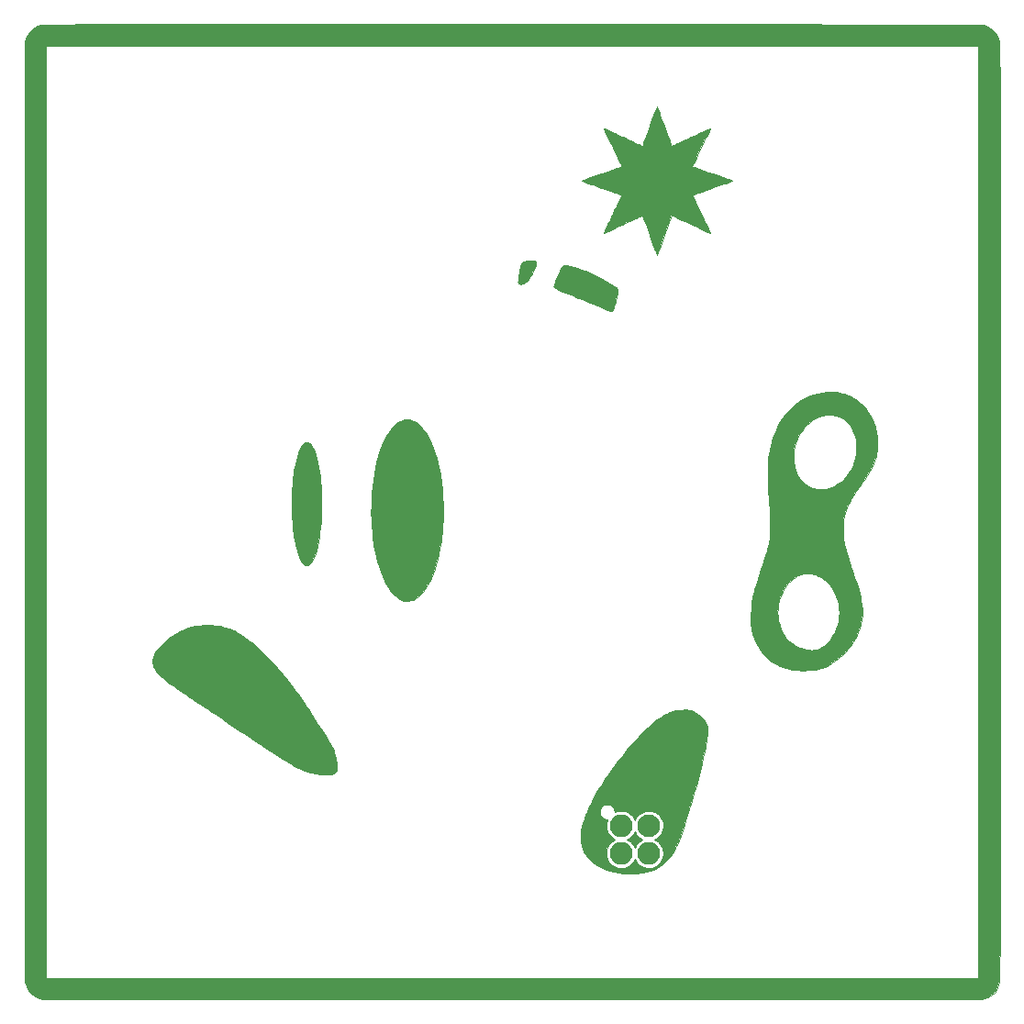
<source format=gts>
G04 #@! TF.FileFunction,Soldermask,Top*
%FSLAX46Y46*%
G04 Gerber Fmt 4.6, Leading zero omitted, Abs format (unit mm)*
G04 Created by KiCad (PCBNEW 4.0.7) date 07/05/18 08:24:38*
%MOMM*%
%LPD*%
G01*
G04 APERTURE LIST*
%ADD10C,0.100000*%
%ADD11C,0.010000*%
%ADD12C,2.100000*%
%ADD13O,2.100000X2.100000*%
G04 APERTURE END LIST*
D10*
D11*
G36*
X126708917Y-41363091D02*
X127803678Y-41363120D01*
X128933116Y-41363163D01*
X130097757Y-41363221D01*
X131298128Y-41363293D01*
X132534756Y-41363379D01*
X133808165Y-41363478D01*
X135118884Y-41363591D01*
X136467439Y-41363716D01*
X137854355Y-41363854D01*
X139280160Y-41364004D01*
X140745380Y-41364166D01*
X142250542Y-41364340D01*
X143796171Y-41364525D01*
X145382795Y-41364721D01*
X147010940Y-41364928D01*
X147912667Y-41365045D01*
X149551321Y-41365259D01*
X151148183Y-41365470D01*
X152703790Y-41365680D01*
X154218684Y-41365887D01*
X155693403Y-41366093D01*
X157128488Y-41366299D01*
X158524477Y-41366504D01*
X159881912Y-41366710D01*
X161201332Y-41366916D01*
X162483276Y-41367124D01*
X163728285Y-41367334D01*
X164936897Y-41367546D01*
X166109654Y-41367762D01*
X167247094Y-41367980D01*
X168349757Y-41368203D01*
X169418184Y-41368430D01*
X170452913Y-41368663D01*
X171454485Y-41368900D01*
X172423439Y-41369144D01*
X173360316Y-41369395D01*
X174265654Y-41369653D01*
X175139995Y-41369918D01*
X175983876Y-41370192D01*
X176797839Y-41370475D01*
X177582423Y-41370766D01*
X178338167Y-41371068D01*
X179065612Y-41371380D01*
X179765298Y-41371703D01*
X180437763Y-41372037D01*
X181083548Y-41372383D01*
X181703193Y-41372741D01*
X182297237Y-41373113D01*
X182866220Y-41373497D01*
X183410682Y-41373896D01*
X183931163Y-41374310D01*
X184428202Y-41374738D01*
X184902339Y-41375182D01*
X185354114Y-41375642D01*
X185784066Y-41376119D01*
X186192737Y-41376613D01*
X186580664Y-41377125D01*
X186948388Y-41377654D01*
X187296449Y-41378203D01*
X187625386Y-41378771D01*
X187935740Y-41379358D01*
X188228050Y-41379966D01*
X188502855Y-41380595D01*
X188760696Y-41381245D01*
X189002112Y-41381917D01*
X189227644Y-41382611D01*
X189437830Y-41383329D01*
X189633211Y-41384070D01*
X189814326Y-41384834D01*
X189981715Y-41385624D01*
X190135918Y-41386438D01*
X190277475Y-41387278D01*
X190406925Y-41388144D01*
X190524808Y-41389037D01*
X190631664Y-41389957D01*
X190728033Y-41390904D01*
X190814454Y-41391880D01*
X190891468Y-41392884D01*
X190959613Y-41393918D01*
X191019430Y-41394981D01*
X191071459Y-41396075D01*
X191116239Y-41397199D01*
X191154310Y-41398355D01*
X191186212Y-41399543D01*
X191212484Y-41400763D01*
X191233667Y-41402016D01*
X191250300Y-41403303D01*
X191262923Y-41404623D01*
X191272075Y-41405978D01*
X191277991Y-41407283D01*
X191569016Y-41507584D01*
X191834448Y-41639531D01*
X192072513Y-41801233D01*
X192281436Y-41990797D01*
X192459441Y-42206334D01*
X192604756Y-42445952D01*
X192715604Y-42707760D01*
X192790211Y-42989868D01*
X192796746Y-43025580D01*
X192797954Y-43035775D01*
X192799130Y-43052689D01*
X192800276Y-43076850D01*
X192801393Y-43108785D01*
X192802480Y-43149022D01*
X192803537Y-43198087D01*
X192804567Y-43256508D01*
X192805567Y-43324811D01*
X192806540Y-43403525D01*
X192807486Y-43493177D01*
X192808404Y-43594293D01*
X192809295Y-43707401D01*
X192810160Y-43833028D01*
X192810999Y-43971701D01*
X192811813Y-44123948D01*
X192812601Y-44290295D01*
X192813364Y-44471271D01*
X192814103Y-44667401D01*
X192814817Y-44879214D01*
X192815508Y-45107237D01*
X192816176Y-45351997D01*
X192816821Y-45614021D01*
X192817443Y-45893836D01*
X192818043Y-46191969D01*
X192818621Y-46508949D01*
X192819178Y-46845301D01*
X192819714Y-47201553D01*
X192820229Y-47578233D01*
X192820724Y-47975868D01*
X192821199Y-48394984D01*
X192821655Y-48836110D01*
X192822091Y-49299772D01*
X192822509Y-49786497D01*
X192822909Y-50296814D01*
X192823290Y-50831248D01*
X192823654Y-51390327D01*
X192824001Y-51974579D01*
X192824331Y-52584531D01*
X192824645Y-53220709D01*
X192824942Y-53883642D01*
X192825224Y-54573856D01*
X192825491Y-55291878D01*
X192825743Y-56038236D01*
X192825980Y-56813457D01*
X192826204Y-57618069D01*
X192826413Y-58452598D01*
X192826610Y-59317571D01*
X192826793Y-60213517D01*
X192826964Y-61140961D01*
X192827122Y-62100432D01*
X192827269Y-63092457D01*
X192827404Y-64117562D01*
X192827529Y-65176275D01*
X192827642Y-66269123D01*
X192827746Y-67396634D01*
X192827839Y-68559335D01*
X192827923Y-69757752D01*
X192827998Y-70992414D01*
X192828065Y-72263847D01*
X192828123Y-73572579D01*
X192828173Y-74919136D01*
X192828215Y-76304046D01*
X192828250Y-77727837D01*
X192828279Y-79191035D01*
X192828301Y-80694168D01*
X192828317Y-82237762D01*
X192828327Y-83822346D01*
X192828332Y-85448446D01*
X192828333Y-86360000D01*
X192828331Y-88009141D01*
X192828323Y-89616477D01*
X192828310Y-91182533D01*
X192828292Y-92707838D01*
X192828267Y-94192918D01*
X192828235Y-95638302D01*
X192828197Y-97044515D01*
X192828151Y-98412085D01*
X192828098Y-99741540D01*
X192828036Y-101033407D01*
X192827966Y-102288212D01*
X192827887Y-103506484D01*
X192827798Y-104688749D01*
X192827700Y-105835534D01*
X192827592Y-106947367D01*
X192827474Y-108024776D01*
X192827345Y-109068286D01*
X192827204Y-110078426D01*
X192827052Y-111055723D01*
X192826888Y-112000703D01*
X192826712Y-112913895D01*
X192826523Y-113795825D01*
X192826321Y-114647021D01*
X192826105Y-115468009D01*
X192825875Y-116259318D01*
X192825631Y-117021473D01*
X192825373Y-117755003D01*
X192825099Y-118460435D01*
X192824810Y-119138296D01*
X192824506Y-119789113D01*
X192824185Y-120413413D01*
X192823847Y-121011724D01*
X192823493Y-121584573D01*
X192823121Y-122132486D01*
X192822731Y-122655992D01*
X192822323Y-123155618D01*
X192821897Y-123631890D01*
X192821452Y-124085336D01*
X192820988Y-124516483D01*
X192820504Y-124925858D01*
X192820000Y-125313990D01*
X192819475Y-125681404D01*
X192818930Y-126028628D01*
X192818364Y-126356189D01*
X192817776Y-126664615D01*
X192817166Y-126954432D01*
X192816533Y-127226168D01*
X192815878Y-127480351D01*
X192815200Y-127717507D01*
X192814499Y-127938163D01*
X192813773Y-128142848D01*
X192813023Y-128332087D01*
X192812249Y-128506409D01*
X192811449Y-128666340D01*
X192810625Y-128812407D01*
X192809774Y-128945139D01*
X192808897Y-129065062D01*
X192807994Y-129172703D01*
X192807063Y-129268590D01*
X192806106Y-129353250D01*
X192805120Y-129427210D01*
X192804107Y-129490997D01*
X192803065Y-129545139D01*
X192801994Y-129590162D01*
X192800894Y-129626594D01*
X192799764Y-129654963D01*
X192798604Y-129675794D01*
X192797414Y-129689617D01*
X192796746Y-129694420D01*
X192727211Y-129974231D01*
X192620832Y-130236510D01*
X192480475Y-130478390D01*
X192309010Y-130697002D01*
X192109304Y-130889478D01*
X191884225Y-131052951D01*
X191636641Y-131184553D01*
X191369420Y-131281415D01*
X191162420Y-131328746D01*
X191152231Y-131329953D01*
X191135333Y-131331129D01*
X191111198Y-131332274D01*
X191079298Y-131333389D01*
X191039107Y-131334474D01*
X190990097Y-131335530D01*
X190931741Y-131336557D01*
X190863512Y-131337555D01*
X190784883Y-131338524D01*
X190695327Y-131339465D01*
X190594316Y-131340379D01*
X190481324Y-131341266D01*
X190355823Y-131342125D01*
X190217286Y-131342958D01*
X190065186Y-131343765D01*
X189898996Y-131344546D01*
X189718188Y-131345301D01*
X189522236Y-131346032D01*
X189310612Y-131346737D01*
X189082790Y-131347418D01*
X188838241Y-131348075D01*
X188576439Y-131348709D01*
X188296857Y-131349319D01*
X187998967Y-131349906D01*
X187682243Y-131350470D01*
X187346157Y-131351012D01*
X186990182Y-131351533D01*
X186613791Y-131352031D01*
X186216456Y-131352509D01*
X185797652Y-131352966D01*
X185356849Y-131353402D01*
X184893522Y-131353818D01*
X184407143Y-131354215D01*
X183897185Y-131354592D01*
X183363121Y-131354950D01*
X182804424Y-131355290D01*
X182220566Y-131355611D01*
X181611020Y-131355915D01*
X180975260Y-131356200D01*
X180312757Y-131356469D01*
X179622986Y-131356721D01*
X178905418Y-131356956D01*
X178159526Y-131357175D01*
X177384785Y-131357379D01*
X176580665Y-131357567D01*
X175746640Y-131357740D01*
X174882184Y-131357898D01*
X173986768Y-131358042D01*
X173059866Y-131358172D01*
X172100950Y-131358289D01*
X171109494Y-131358392D01*
X170084969Y-131358483D01*
X169026850Y-131358561D01*
X167934609Y-131358626D01*
X166807718Y-131358680D01*
X165645651Y-131358723D01*
X164447880Y-131358755D01*
X163213878Y-131358775D01*
X161943119Y-131358786D01*
X160635074Y-131358786D01*
X159289218Y-131358777D01*
X157905021Y-131358759D01*
X156481958Y-131358732D01*
X155019502Y-131358696D01*
X153517125Y-131358652D01*
X151974299Y-131358600D01*
X150390499Y-131358541D01*
X148765196Y-131358475D01*
X147809352Y-131358434D01*
X146146281Y-131358357D01*
X144525034Y-131358276D01*
X142945103Y-131358190D01*
X141405979Y-131358098D01*
X139907152Y-131358000D01*
X138448115Y-131357896D01*
X137028358Y-131357785D01*
X135647371Y-131357668D01*
X134304648Y-131357542D01*
X132999678Y-131357410D01*
X131731952Y-131357269D01*
X130500962Y-131357119D01*
X129306200Y-131356961D01*
X128147155Y-131356794D01*
X127023319Y-131356617D01*
X125934184Y-131356430D01*
X124879240Y-131356233D01*
X123857979Y-131356025D01*
X122869892Y-131355806D01*
X121914469Y-131355576D01*
X120991203Y-131355334D01*
X120099583Y-131355080D01*
X119239102Y-131354814D01*
X118409251Y-131354534D01*
X117609519Y-131354242D01*
X116839400Y-131353936D01*
X116098383Y-131353616D01*
X115385960Y-131353282D01*
X114701623Y-131352933D01*
X114044861Y-131352569D01*
X113415167Y-131352189D01*
X112812031Y-131351794D01*
X112234945Y-131351383D01*
X111683399Y-131350955D01*
X111156886Y-131350511D01*
X110654895Y-131350049D01*
X110176919Y-131349570D01*
X109722448Y-131349073D01*
X109290973Y-131348557D01*
X108881985Y-131348023D01*
X108494977Y-131347470D01*
X108129438Y-131346897D01*
X107784860Y-131346305D01*
X107460734Y-131345692D01*
X107156552Y-131345059D01*
X106871803Y-131344405D01*
X106605981Y-131343730D01*
X106358574Y-131343034D01*
X106129076Y-131342315D01*
X105916976Y-131341574D01*
X105721766Y-131340810D01*
X105542938Y-131340024D01*
X105379982Y-131339214D01*
X105232389Y-131338380D01*
X105099650Y-131337522D01*
X104981258Y-131336640D01*
X104876702Y-131335732D01*
X104785474Y-131334800D01*
X104707065Y-131333842D01*
X104640966Y-131332858D01*
X104586669Y-131331847D01*
X104543664Y-131330810D01*
X104511442Y-131329746D01*
X104489496Y-131328654D01*
X104477315Y-131327535D01*
X104476430Y-131327389D01*
X104200057Y-131256512D01*
X103940539Y-131148652D01*
X103700861Y-131006822D01*
X103484007Y-130834035D01*
X103292960Y-130633304D01*
X103130704Y-130407642D01*
X103000223Y-130160061D01*
X102904501Y-129893576D01*
X102859253Y-129694420D01*
X102858046Y-129684225D01*
X102856870Y-129667311D01*
X102855723Y-129643149D01*
X102854607Y-129611214D01*
X102853520Y-129570978D01*
X102852462Y-129521913D01*
X102851433Y-129463492D01*
X102850432Y-129395188D01*
X102849459Y-129316474D01*
X102848514Y-129226823D01*
X102847596Y-129125707D01*
X102846704Y-129012599D01*
X102845839Y-128886972D01*
X102845000Y-128748299D01*
X102844187Y-128596052D01*
X102843399Y-128429705D01*
X102842636Y-128248729D01*
X102841897Y-128052598D01*
X102841182Y-127840785D01*
X102840491Y-127612762D01*
X102839823Y-127368003D01*
X102839179Y-127105979D01*
X102838557Y-126826164D01*
X102837957Y-126528030D01*
X102837378Y-126211051D01*
X102836821Y-125874699D01*
X102836286Y-125518446D01*
X102835770Y-125141766D01*
X102835275Y-124744132D01*
X102834800Y-124325015D01*
X102834345Y-123883890D01*
X102833908Y-123420228D01*
X102833490Y-122933502D01*
X102833091Y-122423186D01*
X102832709Y-121888752D01*
X102832345Y-121329672D01*
X102831998Y-120745420D01*
X102831668Y-120135469D01*
X102831355Y-119499290D01*
X102831057Y-118836358D01*
X102830775Y-118146144D01*
X102830508Y-117428122D01*
X102830257Y-116681763D01*
X102830019Y-115906542D01*
X102829796Y-115101931D01*
X102829586Y-114267402D01*
X102829390Y-113402428D01*
X102829207Y-112506483D01*
X102829036Y-111579038D01*
X102828878Y-110619568D01*
X102828731Y-109627543D01*
X102828595Y-108602438D01*
X102828471Y-107543725D01*
X102828357Y-106450876D01*
X102828351Y-106381272D01*
X104821159Y-106381272D01*
X104821162Y-107495323D01*
X104821175Y-108589292D01*
X104821197Y-109662549D01*
X104821230Y-110714465D01*
X104821272Y-111744410D01*
X104821324Y-112751755D01*
X104821386Y-113735871D01*
X104821457Y-114696128D01*
X104821537Y-115631897D01*
X104821627Y-116542548D01*
X104821726Y-117427453D01*
X104821835Y-118285980D01*
X104821952Y-119117502D01*
X104822079Y-119921389D01*
X104822215Y-120697012D01*
X104822359Y-121443740D01*
X104822513Y-122160945D01*
X104822675Y-122847997D01*
X104822847Y-123504267D01*
X104823026Y-124129125D01*
X104823215Y-124721942D01*
X104823412Y-125282089D01*
X104823617Y-125808936D01*
X104823831Y-126301854D01*
X104824054Y-126760214D01*
X104824284Y-127183385D01*
X104824523Y-127570739D01*
X104824770Y-127921646D01*
X104825025Y-128235477D01*
X104825288Y-128511603D01*
X104825559Y-128749393D01*
X104825838Y-128948219D01*
X104826125Y-129107451D01*
X104826419Y-129226460D01*
X104826722Y-129304617D01*
X104827031Y-129341292D01*
X104827142Y-129344213D01*
X104834685Y-129345250D01*
X104856826Y-129346259D01*
X104894034Y-129347241D01*
X104946773Y-129348195D01*
X105015512Y-129349123D01*
X105100716Y-129350024D01*
X105202853Y-129350899D01*
X105322388Y-129351747D01*
X105459789Y-129352570D01*
X105615522Y-129353367D01*
X105790053Y-129354138D01*
X105983849Y-129354884D01*
X106197377Y-129355605D01*
X106431104Y-129356301D01*
X106685495Y-129356973D01*
X106961018Y-129357620D01*
X107258140Y-129358243D01*
X107577326Y-129358842D01*
X107919043Y-129359418D01*
X108283758Y-129359970D01*
X108671938Y-129360499D01*
X109084049Y-129361005D01*
X109520558Y-129361488D01*
X109981931Y-129361948D01*
X110468635Y-129362387D01*
X110981136Y-129362803D01*
X111519902Y-129363197D01*
X112085399Y-129363570D01*
X112678092Y-129363922D01*
X113298450Y-129364252D01*
X113946938Y-129364561D01*
X114624023Y-129364850D01*
X115330172Y-129365119D01*
X116065852Y-129365367D01*
X116831528Y-129365595D01*
X117627668Y-129365803D01*
X118454738Y-129365992D01*
X119313204Y-129366161D01*
X120203534Y-129366312D01*
X121126194Y-129366443D01*
X122081650Y-129366556D01*
X123070369Y-129366651D01*
X124092818Y-129366727D01*
X125149464Y-129366786D01*
X126240772Y-129366826D01*
X127367210Y-129366850D01*
X128529243Y-129366856D01*
X129727340Y-129366845D01*
X130961965Y-129366817D01*
X132233587Y-129366773D01*
X133542671Y-129366712D01*
X134889684Y-129366636D01*
X136275093Y-129366543D01*
X137699364Y-129366435D01*
X139162964Y-129366312D01*
X140666359Y-129366173D01*
X142210016Y-129366019D01*
X143794402Y-129365851D01*
X145419984Y-129365668D01*
X147087227Y-129365471D01*
X147832629Y-129365380D01*
X190828083Y-129360083D01*
X190828083Y-43359917D01*
X104827917Y-43359917D01*
X104822513Y-86338833D01*
X104822348Y-87688605D01*
X104822195Y-89028364D01*
X104822052Y-90357482D01*
X104821920Y-91675330D01*
X104821798Y-92981277D01*
X104821688Y-94274694D01*
X104821588Y-95554953D01*
X104821499Y-96821423D01*
X104821420Y-98073475D01*
X104821352Y-99310480D01*
X104821294Y-100531808D01*
X104821247Y-101736830D01*
X104821209Y-102924917D01*
X104821182Y-104095440D01*
X104821165Y-105247767D01*
X104821159Y-106381272D01*
X102828351Y-106381272D01*
X102828254Y-105323365D01*
X102828160Y-104160665D01*
X102828076Y-102962247D01*
X102828001Y-101727586D01*
X102827935Y-100456153D01*
X102827877Y-99147421D01*
X102827827Y-97800864D01*
X102827785Y-96415953D01*
X102827749Y-94992163D01*
X102827721Y-93528965D01*
X102827699Y-92025832D01*
X102827683Y-90482237D01*
X102827672Y-88897654D01*
X102827667Y-87271553D01*
X102827667Y-86360000D01*
X102827669Y-84710858D01*
X102827676Y-83103523D01*
X102827689Y-81537466D01*
X102827708Y-80012162D01*
X102827733Y-78527081D01*
X102827764Y-77081698D01*
X102827803Y-75675485D01*
X102827849Y-74307914D01*
X102827902Y-72978460D01*
X102827964Y-71686593D01*
X102828034Y-70431788D01*
X102828113Y-69213516D01*
X102828201Y-68031251D01*
X102828299Y-66884466D01*
X102828407Y-65772632D01*
X102828526Y-64695224D01*
X102828655Y-63651714D01*
X102828795Y-62641574D01*
X102828947Y-61664277D01*
X102829111Y-60719296D01*
X102829288Y-59806105D01*
X102829477Y-58924175D01*
X102829679Y-58072979D01*
X102829895Y-57251991D01*
X102830124Y-56460682D01*
X102830368Y-55698526D01*
X102830627Y-54964996D01*
X102830900Y-54259564D01*
X102831189Y-53581704D01*
X102831494Y-52930887D01*
X102831815Y-52306586D01*
X102832153Y-51708276D01*
X102832507Y-51135427D01*
X102832879Y-50587513D01*
X102833269Y-50064007D01*
X102833676Y-49564382D01*
X102834102Y-49088110D01*
X102834548Y-48634664D01*
X102835012Y-48203517D01*
X102835496Y-47794141D01*
X102836000Y-47406010D01*
X102836524Y-47038596D01*
X102837070Y-46691372D01*
X102837636Y-46363811D01*
X102838224Y-46055385D01*
X102838834Y-45765568D01*
X102839466Y-45493831D01*
X102840121Y-45239649D01*
X102840800Y-45002493D01*
X102841501Y-44781836D01*
X102842227Y-44577152D01*
X102842976Y-44387913D01*
X102843751Y-44213591D01*
X102844550Y-44053660D01*
X102845375Y-43907592D01*
X102846226Y-43774860D01*
X102847103Y-43654938D01*
X102848006Y-43547296D01*
X102848936Y-43451409D01*
X102849894Y-43366750D01*
X102850880Y-43292790D01*
X102851893Y-43229003D01*
X102852935Y-43174861D01*
X102854006Y-43129838D01*
X102855106Y-43093405D01*
X102856236Y-43065037D01*
X102857396Y-43044205D01*
X102858586Y-43030383D01*
X102859253Y-43025580D01*
X102928753Y-42745900D01*
X103035071Y-42483724D01*
X103175331Y-42241925D01*
X103346657Y-42023375D01*
X103546171Y-41830945D01*
X103770997Y-41667507D01*
X104018258Y-41535933D01*
X104285078Y-41439094D01*
X104496665Y-41390925D01*
X104506957Y-41389722D01*
X104524022Y-41388551D01*
X104548386Y-41387411D01*
X104580577Y-41386301D01*
X104621120Y-41385223D01*
X104670543Y-41384174D01*
X104729371Y-41383155D01*
X104798131Y-41382165D01*
X104877349Y-41381205D01*
X104967553Y-41380274D01*
X105069268Y-41379371D01*
X105183021Y-41378496D01*
X105309339Y-41377649D01*
X105448747Y-41376830D01*
X105601773Y-41376039D01*
X105768943Y-41375274D01*
X105950784Y-41374536D01*
X106147821Y-41373824D01*
X106360581Y-41373139D01*
X106589592Y-41372479D01*
X106835378Y-41371844D01*
X107098468Y-41371235D01*
X107379387Y-41370651D01*
X107678661Y-41370091D01*
X107996818Y-41369555D01*
X108334384Y-41369043D01*
X108691884Y-41368554D01*
X109069847Y-41368089D01*
X109468797Y-41367647D01*
X109889263Y-41367227D01*
X110331769Y-41366830D01*
X110796843Y-41366454D01*
X111285011Y-41366100D01*
X111796800Y-41365768D01*
X112332736Y-41365457D01*
X112893345Y-41365166D01*
X113479154Y-41364896D01*
X114090690Y-41364646D01*
X114728479Y-41364415D01*
X115393048Y-41364204D01*
X116084922Y-41364013D01*
X116804628Y-41363840D01*
X117552694Y-41363685D01*
X118329645Y-41363549D01*
X119136008Y-41363431D01*
X119972309Y-41363330D01*
X120839075Y-41363247D01*
X121736833Y-41363180D01*
X122666108Y-41363130D01*
X123627427Y-41363097D01*
X124621318Y-41363079D01*
X125648305Y-41363078D01*
X126708917Y-41363091D01*
X126708917Y-41363091D01*
G37*
X126708917Y-41363091D02*
X127803678Y-41363120D01*
X128933116Y-41363163D01*
X130097757Y-41363221D01*
X131298128Y-41363293D01*
X132534756Y-41363379D01*
X133808165Y-41363478D01*
X135118884Y-41363591D01*
X136467439Y-41363716D01*
X137854355Y-41363854D01*
X139280160Y-41364004D01*
X140745380Y-41364166D01*
X142250542Y-41364340D01*
X143796171Y-41364525D01*
X145382795Y-41364721D01*
X147010940Y-41364928D01*
X147912667Y-41365045D01*
X149551321Y-41365259D01*
X151148183Y-41365470D01*
X152703790Y-41365680D01*
X154218684Y-41365887D01*
X155693403Y-41366093D01*
X157128488Y-41366299D01*
X158524477Y-41366504D01*
X159881912Y-41366710D01*
X161201332Y-41366916D01*
X162483276Y-41367124D01*
X163728285Y-41367334D01*
X164936897Y-41367546D01*
X166109654Y-41367762D01*
X167247094Y-41367980D01*
X168349757Y-41368203D01*
X169418184Y-41368430D01*
X170452913Y-41368663D01*
X171454485Y-41368900D01*
X172423439Y-41369144D01*
X173360316Y-41369395D01*
X174265654Y-41369653D01*
X175139995Y-41369918D01*
X175983876Y-41370192D01*
X176797839Y-41370475D01*
X177582423Y-41370766D01*
X178338167Y-41371068D01*
X179065612Y-41371380D01*
X179765298Y-41371703D01*
X180437763Y-41372037D01*
X181083548Y-41372383D01*
X181703193Y-41372741D01*
X182297237Y-41373113D01*
X182866220Y-41373497D01*
X183410682Y-41373896D01*
X183931163Y-41374310D01*
X184428202Y-41374738D01*
X184902339Y-41375182D01*
X185354114Y-41375642D01*
X185784066Y-41376119D01*
X186192737Y-41376613D01*
X186580664Y-41377125D01*
X186948388Y-41377654D01*
X187296449Y-41378203D01*
X187625386Y-41378771D01*
X187935740Y-41379358D01*
X188228050Y-41379966D01*
X188502855Y-41380595D01*
X188760696Y-41381245D01*
X189002112Y-41381917D01*
X189227644Y-41382611D01*
X189437830Y-41383329D01*
X189633211Y-41384070D01*
X189814326Y-41384834D01*
X189981715Y-41385624D01*
X190135918Y-41386438D01*
X190277475Y-41387278D01*
X190406925Y-41388144D01*
X190524808Y-41389037D01*
X190631664Y-41389957D01*
X190728033Y-41390904D01*
X190814454Y-41391880D01*
X190891468Y-41392884D01*
X190959613Y-41393918D01*
X191019430Y-41394981D01*
X191071459Y-41396075D01*
X191116239Y-41397199D01*
X191154310Y-41398355D01*
X191186212Y-41399543D01*
X191212484Y-41400763D01*
X191233667Y-41402016D01*
X191250300Y-41403303D01*
X191262923Y-41404623D01*
X191272075Y-41405978D01*
X191277991Y-41407283D01*
X191569016Y-41507584D01*
X191834448Y-41639531D01*
X192072513Y-41801233D01*
X192281436Y-41990797D01*
X192459441Y-42206334D01*
X192604756Y-42445952D01*
X192715604Y-42707760D01*
X192790211Y-42989868D01*
X192796746Y-43025580D01*
X192797954Y-43035775D01*
X192799130Y-43052689D01*
X192800276Y-43076850D01*
X192801393Y-43108785D01*
X192802480Y-43149022D01*
X192803537Y-43198087D01*
X192804567Y-43256508D01*
X192805567Y-43324811D01*
X192806540Y-43403525D01*
X192807486Y-43493177D01*
X192808404Y-43594293D01*
X192809295Y-43707401D01*
X192810160Y-43833028D01*
X192810999Y-43971701D01*
X192811813Y-44123948D01*
X192812601Y-44290295D01*
X192813364Y-44471271D01*
X192814103Y-44667401D01*
X192814817Y-44879214D01*
X192815508Y-45107237D01*
X192816176Y-45351997D01*
X192816821Y-45614021D01*
X192817443Y-45893836D01*
X192818043Y-46191969D01*
X192818621Y-46508949D01*
X192819178Y-46845301D01*
X192819714Y-47201553D01*
X192820229Y-47578233D01*
X192820724Y-47975868D01*
X192821199Y-48394984D01*
X192821655Y-48836110D01*
X192822091Y-49299772D01*
X192822509Y-49786497D01*
X192822909Y-50296814D01*
X192823290Y-50831248D01*
X192823654Y-51390327D01*
X192824001Y-51974579D01*
X192824331Y-52584531D01*
X192824645Y-53220709D01*
X192824942Y-53883642D01*
X192825224Y-54573856D01*
X192825491Y-55291878D01*
X192825743Y-56038236D01*
X192825980Y-56813457D01*
X192826204Y-57618069D01*
X192826413Y-58452598D01*
X192826610Y-59317571D01*
X192826793Y-60213517D01*
X192826964Y-61140961D01*
X192827122Y-62100432D01*
X192827269Y-63092457D01*
X192827404Y-64117562D01*
X192827529Y-65176275D01*
X192827642Y-66269123D01*
X192827746Y-67396634D01*
X192827839Y-68559335D01*
X192827923Y-69757752D01*
X192827998Y-70992414D01*
X192828065Y-72263847D01*
X192828123Y-73572579D01*
X192828173Y-74919136D01*
X192828215Y-76304046D01*
X192828250Y-77727837D01*
X192828279Y-79191035D01*
X192828301Y-80694168D01*
X192828317Y-82237762D01*
X192828327Y-83822346D01*
X192828332Y-85448446D01*
X192828333Y-86360000D01*
X192828331Y-88009141D01*
X192828323Y-89616477D01*
X192828310Y-91182533D01*
X192828292Y-92707838D01*
X192828267Y-94192918D01*
X192828235Y-95638302D01*
X192828197Y-97044515D01*
X192828151Y-98412085D01*
X192828098Y-99741540D01*
X192828036Y-101033407D01*
X192827966Y-102288212D01*
X192827887Y-103506484D01*
X192827798Y-104688749D01*
X192827700Y-105835534D01*
X192827592Y-106947367D01*
X192827474Y-108024776D01*
X192827345Y-109068286D01*
X192827204Y-110078426D01*
X192827052Y-111055723D01*
X192826888Y-112000703D01*
X192826712Y-112913895D01*
X192826523Y-113795825D01*
X192826321Y-114647021D01*
X192826105Y-115468009D01*
X192825875Y-116259318D01*
X192825631Y-117021473D01*
X192825373Y-117755003D01*
X192825099Y-118460435D01*
X192824810Y-119138296D01*
X192824506Y-119789113D01*
X192824185Y-120413413D01*
X192823847Y-121011724D01*
X192823493Y-121584573D01*
X192823121Y-122132486D01*
X192822731Y-122655992D01*
X192822323Y-123155618D01*
X192821897Y-123631890D01*
X192821452Y-124085336D01*
X192820988Y-124516483D01*
X192820504Y-124925858D01*
X192820000Y-125313990D01*
X192819475Y-125681404D01*
X192818930Y-126028628D01*
X192818364Y-126356189D01*
X192817776Y-126664615D01*
X192817166Y-126954432D01*
X192816533Y-127226168D01*
X192815878Y-127480351D01*
X192815200Y-127717507D01*
X192814499Y-127938163D01*
X192813773Y-128142848D01*
X192813023Y-128332087D01*
X192812249Y-128506409D01*
X192811449Y-128666340D01*
X192810625Y-128812407D01*
X192809774Y-128945139D01*
X192808897Y-129065062D01*
X192807994Y-129172703D01*
X192807063Y-129268590D01*
X192806106Y-129353250D01*
X192805120Y-129427210D01*
X192804107Y-129490997D01*
X192803065Y-129545139D01*
X192801994Y-129590162D01*
X192800894Y-129626594D01*
X192799764Y-129654963D01*
X192798604Y-129675794D01*
X192797414Y-129689617D01*
X192796746Y-129694420D01*
X192727211Y-129974231D01*
X192620832Y-130236510D01*
X192480475Y-130478390D01*
X192309010Y-130697002D01*
X192109304Y-130889478D01*
X191884225Y-131052951D01*
X191636641Y-131184553D01*
X191369420Y-131281415D01*
X191162420Y-131328746D01*
X191152231Y-131329953D01*
X191135333Y-131331129D01*
X191111198Y-131332274D01*
X191079298Y-131333389D01*
X191039107Y-131334474D01*
X190990097Y-131335530D01*
X190931741Y-131336557D01*
X190863512Y-131337555D01*
X190784883Y-131338524D01*
X190695327Y-131339465D01*
X190594316Y-131340379D01*
X190481324Y-131341266D01*
X190355823Y-131342125D01*
X190217286Y-131342958D01*
X190065186Y-131343765D01*
X189898996Y-131344546D01*
X189718188Y-131345301D01*
X189522236Y-131346032D01*
X189310612Y-131346737D01*
X189082790Y-131347418D01*
X188838241Y-131348075D01*
X188576439Y-131348709D01*
X188296857Y-131349319D01*
X187998967Y-131349906D01*
X187682243Y-131350470D01*
X187346157Y-131351012D01*
X186990182Y-131351533D01*
X186613791Y-131352031D01*
X186216456Y-131352509D01*
X185797652Y-131352966D01*
X185356849Y-131353402D01*
X184893522Y-131353818D01*
X184407143Y-131354215D01*
X183897185Y-131354592D01*
X183363121Y-131354950D01*
X182804424Y-131355290D01*
X182220566Y-131355611D01*
X181611020Y-131355915D01*
X180975260Y-131356200D01*
X180312757Y-131356469D01*
X179622986Y-131356721D01*
X178905418Y-131356956D01*
X178159526Y-131357175D01*
X177384785Y-131357379D01*
X176580665Y-131357567D01*
X175746640Y-131357740D01*
X174882184Y-131357898D01*
X173986768Y-131358042D01*
X173059866Y-131358172D01*
X172100950Y-131358289D01*
X171109494Y-131358392D01*
X170084969Y-131358483D01*
X169026850Y-131358561D01*
X167934609Y-131358626D01*
X166807718Y-131358680D01*
X165645651Y-131358723D01*
X164447880Y-131358755D01*
X163213878Y-131358775D01*
X161943119Y-131358786D01*
X160635074Y-131358786D01*
X159289218Y-131358777D01*
X157905021Y-131358759D01*
X156481958Y-131358732D01*
X155019502Y-131358696D01*
X153517125Y-131358652D01*
X151974299Y-131358600D01*
X150390499Y-131358541D01*
X148765196Y-131358475D01*
X147809352Y-131358434D01*
X146146281Y-131358357D01*
X144525034Y-131358276D01*
X142945103Y-131358190D01*
X141405979Y-131358098D01*
X139907152Y-131358000D01*
X138448115Y-131357896D01*
X137028358Y-131357785D01*
X135647371Y-131357668D01*
X134304648Y-131357542D01*
X132999678Y-131357410D01*
X131731952Y-131357269D01*
X130500962Y-131357119D01*
X129306200Y-131356961D01*
X128147155Y-131356794D01*
X127023319Y-131356617D01*
X125934184Y-131356430D01*
X124879240Y-131356233D01*
X123857979Y-131356025D01*
X122869892Y-131355806D01*
X121914469Y-131355576D01*
X120991203Y-131355334D01*
X120099583Y-131355080D01*
X119239102Y-131354814D01*
X118409251Y-131354534D01*
X117609519Y-131354242D01*
X116839400Y-131353936D01*
X116098383Y-131353616D01*
X115385960Y-131353282D01*
X114701623Y-131352933D01*
X114044861Y-131352569D01*
X113415167Y-131352189D01*
X112812031Y-131351794D01*
X112234945Y-131351383D01*
X111683399Y-131350955D01*
X111156886Y-131350511D01*
X110654895Y-131350049D01*
X110176919Y-131349570D01*
X109722448Y-131349073D01*
X109290973Y-131348557D01*
X108881985Y-131348023D01*
X108494977Y-131347470D01*
X108129438Y-131346897D01*
X107784860Y-131346305D01*
X107460734Y-131345692D01*
X107156552Y-131345059D01*
X106871803Y-131344405D01*
X106605981Y-131343730D01*
X106358574Y-131343034D01*
X106129076Y-131342315D01*
X105916976Y-131341574D01*
X105721766Y-131340810D01*
X105542938Y-131340024D01*
X105379982Y-131339214D01*
X105232389Y-131338380D01*
X105099650Y-131337522D01*
X104981258Y-131336640D01*
X104876702Y-131335732D01*
X104785474Y-131334800D01*
X104707065Y-131333842D01*
X104640966Y-131332858D01*
X104586669Y-131331847D01*
X104543664Y-131330810D01*
X104511442Y-131329746D01*
X104489496Y-131328654D01*
X104477315Y-131327535D01*
X104476430Y-131327389D01*
X104200057Y-131256512D01*
X103940539Y-131148652D01*
X103700861Y-131006822D01*
X103484007Y-130834035D01*
X103292960Y-130633304D01*
X103130704Y-130407642D01*
X103000223Y-130160061D01*
X102904501Y-129893576D01*
X102859253Y-129694420D01*
X102858046Y-129684225D01*
X102856870Y-129667311D01*
X102855723Y-129643149D01*
X102854607Y-129611214D01*
X102853520Y-129570978D01*
X102852462Y-129521913D01*
X102851433Y-129463492D01*
X102850432Y-129395188D01*
X102849459Y-129316474D01*
X102848514Y-129226823D01*
X102847596Y-129125707D01*
X102846704Y-129012599D01*
X102845839Y-128886972D01*
X102845000Y-128748299D01*
X102844187Y-128596052D01*
X102843399Y-128429705D01*
X102842636Y-128248729D01*
X102841897Y-128052598D01*
X102841182Y-127840785D01*
X102840491Y-127612762D01*
X102839823Y-127368003D01*
X102839179Y-127105979D01*
X102838557Y-126826164D01*
X102837957Y-126528030D01*
X102837378Y-126211051D01*
X102836821Y-125874699D01*
X102836286Y-125518446D01*
X102835770Y-125141766D01*
X102835275Y-124744132D01*
X102834800Y-124325015D01*
X102834345Y-123883890D01*
X102833908Y-123420228D01*
X102833490Y-122933502D01*
X102833091Y-122423186D01*
X102832709Y-121888752D01*
X102832345Y-121329672D01*
X102831998Y-120745420D01*
X102831668Y-120135469D01*
X102831355Y-119499290D01*
X102831057Y-118836358D01*
X102830775Y-118146144D01*
X102830508Y-117428122D01*
X102830257Y-116681763D01*
X102830019Y-115906542D01*
X102829796Y-115101931D01*
X102829586Y-114267402D01*
X102829390Y-113402428D01*
X102829207Y-112506483D01*
X102829036Y-111579038D01*
X102828878Y-110619568D01*
X102828731Y-109627543D01*
X102828595Y-108602438D01*
X102828471Y-107543725D01*
X102828357Y-106450876D01*
X102828351Y-106381272D01*
X104821159Y-106381272D01*
X104821162Y-107495323D01*
X104821175Y-108589292D01*
X104821197Y-109662549D01*
X104821230Y-110714465D01*
X104821272Y-111744410D01*
X104821324Y-112751755D01*
X104821386Y-113735871D01*
X104821457Y-114696128D01*
X104821537Y-115631897D01*
X104821627Y-116542548D01*
X104821726Y-117427453D01*
X104821835Y-118285980D01*
X104821952Y-119117502D01*
X104822079Y-119921389D01*
X104822215Y-120697012D01*
X104822359Y-121443740D01*
X104822513Y-122160945D01*
X104822675Y-122847997D01*
X104822847Y-123504267D01*
X104823026Y-124129125D01*
X104823215Y-124721942D01*
X104823412Y-125282089D01*
X104823617Y-125808936D01*
X104823831Y-126301854D01*
X104824054Y-126760214D01*
X104824284Y-127183385D01*
X104824523Y-127570739D01*
X104824770Y-127921646D01*
X104825025Y-128235477D01*
X104825288Y-128511603D01*
X104825559Y-128749393D01*
X104825838Y-128948219D01*
X104826125Y-129107451D01*
X104826419Y-129226460D01*
X104826722Y-129304617D01*
X104827031Y-129341292D01*
X104827142Y-129344213D01*
X104834685Y-129345250D01*
X104856826Y-129346259D01*
X104894034Y-129347241D01*
X104946773Y-129348195D01*
X105015512Y-129349123D01*
X105100716Y-129350024D01*
X105202853Y-129350899D01*
X105322388Y-129351747D01*
X105459789Y-129352570D01*
X105615522Y-129353367D01*
X105790053Y-129354138D01*
X105983849Y-129354884D01*
X106197377Y-129355605D01*
X106431104Y-129356301D01*
X106685495Y-129356973D01*
X106961018Y-129357620D01*
X107258140Y-129358243D01*
X107577326Y-129358842D01*
X107919043Y-129359418D01*
X108283758Y-129359970D01*
X108671938Y-129360499D01*
X109084049Y-129361005D01*
X109520558Y-129361488D01*
X109981931Y-129361948D01*
X110468635Y-129362387D01*
X110981136Y-129362803D01*
X111519902Y-129363197D01*
X112085399Y-129363570D01*
X112678092Y-129363922D01*
X113298450Y-129364252D01*
X113946938Y-129364561D01*
X114624023Y-129364850D01*
X115330172Y-129365119D01*
X116065852Y-129365367D01*
X116831528Y-129365595D01*
X117627668Y-129365803D01*
X118454738Y-129365992D01*
X119313204Y-129366161D01*
X120203534Y-129366312D01*
X121126194Y-129366443D01*
X122081650Y-129366556D01*
X123070369Y-129366651D01*
X124092818Y-129366727D01*
X125149464Y-129366786D01*
X126240772Y-129366826D01*
X127367210Y-129366850D01*
X128529243Y-129366856D01*
X129727340Y-129366845D01*
X130961965Y-129366817D01*
X132233587Y-129366773D01*
X133542671Y-129366712D01*
X134889684Y-129366636D01*
X136275093Y-129366543D01*
X137699364Y-129366435D01*
X139162964Y-129366312D01*
X140666359Y-129366173D01*
X142210016Y-129366019D01*
X143794402Y-129365851D01*
X145419984Y-129365668D01*
X147087227Y-129365471D01*
X147832629Y-129365380D01*
X190828083Y-129360083D01*
X190828083Y-43359917D01*
X104827917Y-43359917D01*
X104822513Y-86338833D01*
X104822348Y-87688605D01*
X104822195Y-89028364D01*
X104822052Y-90357482D01*
X104821920Y-91675330D01*
X104821798Y-92981277D01*
X104821688Y-94274694D01*
X104821588Y-95554953D01*
X104821499Y-96821423D01*
X104821420Y-98073475D01*
X104821352Y-99310480D01*
X104821294Y-100531808D01*
X104821247Y-101736830D01*
X104821209Y-102924917D01*
X104821182Y-104095440D01*
X104821165Y-105247767D01*
X104821159Y-106381272D01*
X102828351Y-106381272D01*
X102828254Y-105323365D01*
X102828160Y-104160665D01*
X102828076Y-102962247D01*
X102828001Y-101727586D01*
X102827935Y-100456153D01*
X102827877Y-99147421D01*
X102827827Y-97800864D01*
X102827785Y-96415953D01*
X102827749Y-94992163D01*
X102827721Y-93528965D01*
X102827699Y-92025832D01*
X102827683Y-90482237D01*
X102827672Y-88897654D01*
X102827667Y-87271553D01*
X102827667Y-86360000D01*
X102827669Y-84710858D01*
X102827676Y-83103523D01*
X102827689Y-81537466D01*
X102827708Y-80012162D01*
X102827733Y-78527081D01*
X102827764Y-77081698D01*
X102827803Y-75675485D01*
X102827849Y-74307914D01*
X102827902Y-72978460D01*
X102827964Y-71686593D01*
X102828034Y-70431788D01*
X102828113Y-69213516D01*
X102828201Y-68031251D01*
X102828299Y-66884466D01*
X102828407Y-65772632D01*
X102828526Y-64695224D01*
X102828655Y-63651714D01*
X102828795Y-62641574D01*
X102828947Y-61664277D01*
X102829111Y-60719296D01*
X102829288Y-59806105D01*
X102829477Y-58924175D01*
X102829679Y-58072979D01*
X102829895Y-57251991D01*
X102830124Y-56460682D01*
X102830368Y-55698526D01*
X102830627Y-54964996D01*
X102830900Y-54259564D01*
X102831189Y-53581704D01*
X102831494Y-52930887D01*
X102831815Y-52306586D01*
X102832153Y-51708276D01*
X102832507Y-51135427D01*
X102832879Y-50587513D01*
X102833269Y-50064007D01*
X102833676Y-49564382D01*
X102834102Y-49088110D01*
X102834548Y-48634664D01*
X102835012Y-48203517D01*
X102835496Y-47794141D01*
X102836000Y-47406010D01*
X102836524Y-47038596D01*
X102837070Y-46691372D01*
X102837636Y-46363811D01*
X102838224Y-46055385D01*
X102838834Y-45765568D01*
X102839466Y-45493831D01*
X102840121Y-45239649D01*
X102840800Y-45002493D01*
X102841501Y-44781836D01*
X102842227Y-44577152D01*
X102842976Y-44387913D01*
X102843751Y-44213591D01*
X102844550Y-44053660D01*
X102845375Y-43907592D01*
X102846226Y-43774860D01*
X102847103Y-43654938D01*
X102848006Y-43547296D01*
X102848936Y-43451409D01*
X102849894Y-43366750D01*
X102850880Y-43292790D01*
X102851893Y-43229003D01*
X102852935Y-43174861D01*
X102854006Y-43129838D01*
X102855106Y-43093405D01*
X102856236Y-43065037D01*
X102857396Y-43044205D01*
X102858586Y-43030383D01*
X102859253Y-43025580D01*
X102928753Y-42745900D01*
X103035071Y-42483724D01*
X103175331Y-42241925D01*
X103346657Y-42023375D01*
X103546171Y-41830945D01*
X103770997Y-41667507D01*
X104018258Y-41535933D01*
X104285078Y-41439094D01*
X104496665Y-41390925D01*
X104506957Y-41389722D01*
X104524022Y-41388551D01*
X104548386Y-41387411D01*
X104580577Y-41386301D01*
X104621120Y-41385223D01*
X104670543Y-41384174D01*
X104729371Y-41383155D01*
X104798131Y-41382165D01*
X104877349Y-41381205D01*
X104967553Y-41380274D01*
X105069268Y-41379371D01*
X105183021Y-41378496D01*
X105309339Y-41377649D01*
X105448747Y-41376830D01*
X105601773Y-41376039D01*
X105768943Y-41375274D01*
X105950784Y-41374536D01*
X106147821Y-41373824D01*
X106360581Y-41373139D01*
X106589592Y-41372479D01*
X106835378Y-41371844D01*
X107098468Y-41371235D01*
X107379387Y-41370651D01*
X107678661Y-41370091D01*
X107996818Y-41369555D01*
X108334384Y-41369043D01*
X108691884Y-41368554D01*
X109069847Y-41368089D01*
X109468797Y-41367647D01*
X109889263Y-41367227D01*
X110331769Y-41366830D01*
X110796843Y-41366454D01*
X111285011Y-41366100D01*
X111796800Y-41365768D01*
X112332736Y-41365457D01*
X112893345Y-41365166D01*
X113479154Y-41364896D01*
X114090690Y-41364646D01*
X114728479Y-41364415D01*
X115393048Y-41364204D01*
X116084922Y-41364013D01*
X116804628Y-41363840D01*
X117552694Y-41363685D01*
X118329645Y-41363549D01*
X119136008Y-41363431D01*
X119972309Y-41363330D01*
X120839075Y-41363247D01*
X121736833Y-41363180D01*
X122666108Y-41363130D01*
X123627427Y-41363097D01*
X124621318Y-41363079D01*
X125648305Y-41363078D01*
X126708917Y-41363091D01*
G36*
X163879137Y-104610473D02*
X164008720Y-104614932D01*
X164106117Y-104620680D01*
X164181473Y-104629164D01*
X164244934Y-104641830D01*
X164306647Y-104660122D01*
X164359167Y-104678881D01*
X164670913Y-104812479D01*
X164948235Y-104968545D01*
X165193468Y-105148552D01*
X165379052Y-105322131D01*
X165522435Y-105485650D01*
X165633665Y-105645633D01*
X165720078Y-105813791D01*
X165772147Y-105949750D01*
X165793365Y-106015262D01*
X165808574Y-106072614D01*
X165818752Y-106130939D01*
X165824880Y-106199370D01*
X165827936Y-106287041D01*
X165828900Y-106403084D01*
X165828899Y-106478917D01*
X165826733Y-106626324D01*
X165820196Y-106775369D01*
X165808634Y-106932035D01*
X165791392Y-107102307D01*
X165767817Y-107292171D01*
X165737256Y-107507610D01*
X165699054Y-107754609D01*
X165669890Y-107934471D01*
X165576730Y-108457296D01*
X165463518Y-109015400D01*
X165330699Y-109607023D01*
X165178719Y-110230402D01*
X165008022Y-110883777D01*
X164819053Y-111565385D01*
X164612258Y-112273467D01*
X164390584Y-112998250D01*
X164307513Y-113264245D01*
X164235789Y-113494218D01*
X164174091Y-113692544D01*
X164121098Y-113863594D01*
X164075490Y-114011741D01*
X164035945Y-114141359D01*
X164001145Y-114256821D01*
X163969768Y-114362498D01*
X163940493Y-114462764D01*
X163912001Y-114561991D01*
X163882971Y-114664554D01*
X163852081Y-114774823D01*
X163828095Y-114860917D01*
X163734959Y-115189985D01*
X163648025Y-115484045D01*
X163564951Y-115749548D01*
X163483395Y-115992948D01*
X163401013Y-116220699D01*
X163315465Y-116439251D01*
X163224406Y-116655060D01*
X163125495Y-116874577D01*
X163016389Y-117104255D01*
X163005938Y-117125750D01*
X162897414Y-117345395D01*
X162800531Y-117532866D01*
X162710551Y-117695024D01*
X162622738Y-117838733D01*
X162532353Y-117970853D01*
X162434659Y-118098248D01*
X162324919Y-118227780D01*
X162198395Y-118366310D01*
X162050351Y-118520701D01*
X162024933Y-118546738D01*
X161856027Y-118715049D01*
X161705176Y-118854899D01*
X161565182Y-118971805D01*
X161428851Y-119071284D01*
X161288989Y-119158854D01*
X161138398Y-119240032D01*
X161088917Y-119264517D01*
X160818476Y-119382862D01*
X160530045Y-119482876D01*
X160217596Y-119566226D01*
X159875101Y-119634577D01*
X159596642Y-119676763D01*
X159429605Y-119695375D01*
X159238373Y-119710422D01*
X159031868Y-119721715D01*
X158819013Y-119729069D01*
X158608728Y-119732297D01*
X158409935Y-119731212D01*
X158231558Y-119725627D01*
X158082516Y-119715356D01*
X158030333Y-119709538D01*
X157605372Y-119643241D01*
X157201811Y-119557268D01*
X156826276Y-119453179D01*
X156577454Y-119368073D01*
X156199463Y-119214877D01*
X155859335Y-119050925D01*
X155553487Y-118874077D01*
X155278334Y-118682191D01*
X155030294Y-118473128D01*
X154949472Y-118395750D01*
X154777835Y-118215077D01*
X154634308Y-118037928D01*
X154514546Y-117856243D01*
X154414208Y-117661958D01*
X154328950Y-117447011D01*
X154254429Y-117203341D01*
X154208326Y-117019917D01*
X154185995Y-116920680D01*
X154170073Y-116836530D01*
X154159536Y-116756486D01*
X154153359Y-116669568D01*
X154150519Y-116564798D01*
X154149992Y-116431194D01*
X154150089Y-116395500D01*
X154152566Y-116219240D01*
X154159291Y-116072346D01*
X154171223Y-115941978D01*
X154189322Y-115815297D01*
X154196607Y-115773253D01*
X154268507Y-115422346D01*
X154358840Y-115070891D01*
X154469501Y-114713486D01*
X154602383Y-114344724D01*
X154723879Y-114046377D01*
X155904760Y-114046377D01*
X155906666Y-114139051D01*
X155917301Y-114209989D01*
X155941280Y-114279587D01*
X155972823Y-114347302D01*
X156056353Y-114478805D01*
X156163914Y-114589692D01*
X156287735Y-114674530D01*
X156420042Y-114727885D01*
X156541142Y-114744500D01*
X156590246Y-114747629D01*
X156606103Y-114760673D01*
X156600963Y-114781542D01*
X156538181Y-114977537D01*
X156505209Y-115196562D01*
X156500474Y-115305417D01*
X156508069Y-115494984D01*
X156537926Y-115664390D01*
X156594055Y-115831081D01*
X156648886Y-115951000D01*
X156727694Y-116080067D01*
X156834330Y-116213234D01*
X156957919Y-116339312D01*
X157087584Y-116447114D01*
X157202109Y-116520118D01*
X157336968Y-116591219D01*
X157234391Y-116643217D01*
X157040326Y-116764815D01*
X156869184Y-116919210D01*
X156725044Y-117101292D01*
X156611982Y-117305952D01*
X156536887Y-117517333D01*
X156511759Y-117654707D01*
X156500543Y-117814052D01*
X156503307Y-117977763D01*
X156520120Y-118128231D01*
X156534248Y-118194667D01*
X156613004Y-118415791D01*
X156727738Y-118619044D01*
X156874417Y-118800379D01*
X157049007Y-118955750D01*
X157247475Y-119081109D01*
X157465786Y-119172411D01*
X157526895Y-119190505D01*
X157690939Y-119219937D01*
X157874626Y-119228017D01*
X158061408Y-119215352D01*
X158234735Y-119182551D01*
X158301999Y-119162061D01*
X158398953Y-119124073D01*
X158499582Y-119078162D01*
X158576264Y-119037540D01*
X158694675Y-118953837D01*
X158817394Y-118843550D01*
X158932274Y-118719099D01*
X159027169Y-118592906D01*
X159054898Y-118548062D01*
X159137546Y-118404681D01*
X159211762Y-118537799D01*
X159304789Y-118674942D01*
X159427094Y-118811754D01*
X159567006Y-118937168D01*
X159712852Y-119040119D01*
X159782297Y-119078689D01*
X159986703Y-119164596D01*
X160188213Y-119213802D01*
X160399502Y-119228969D01*
X160484774Y-119226375D01*
X160723020Y-119194455D01*
X160941627Y-119125396D01*
X161143039Y-119018108D01*
X161329695Y-118871498D01*
X161373764Y-118829148D01*
X161527164Y-118651972D01*
X161641699Y-118463316D01*
X161719523Y-118258281D01*
X161762788Y-118031970D01*
X161771427Y-117924488D01*
X161770249Y-117722656D01*
X161742589Y-117539978D01*
X161685136Y-117360178D01*
X161632695Y-117242167D01*
X161563627Y-117126462D01*
X161468050Y-117002668D01*
X161355924Y-116881173D01*
X161237210Y-116772361D01*
X161121868Y-116686619D01*
X161071846Y-116657344D01*
X160948943Y-116592977D01*
X161093013Y-116510114D01*
X161228635Y-116416933D01*
X161363722Y-116297211D01*
X161486542Y-116162952D01*
X161585362Y-116026158D01*
X161613096Y-115978052D01*
X161707498Y-115756906D01*
X161762178Y-115525995D01*
X161777054Y-115290412D01*
X161752044Y-115055251D01*
X161687065Y-114825603D01*
X161633611Y-114702167D01*
X161537454Y-114544329D01*
X161409899Y-114391189D01*
X161261497Y-114253130D01*
X161102801Y-114140538D01*
X161014833Y-114093174D01*
X160863792Y-114027869D01*
X160729081Y-113985423D01*
X160594111Y-113962075D01*
X160442295Y-113954065D01*
X160401000Y-113954010D01*
X160164936Y-113973412D01*
X159945816Y-114029722D01*
X159738339Y-114124782D01*
X159551091Y-114249657D01*
X159449207Y-114341592D01*
X159345842Y-114458011D01*
X159253561Y-114583463D01*
X159187854Y-114696418D01*
X159144175Y-114785920D01*
X159070530Y-114654085D01*
X159023073Y-114581837D01*
X158954843Y-114493983D01*
X158876299Y-114403496D01*
X158825817Y-114350564D01*
X158652642Y-114199885D01*
X158468025Y-114086240D01*
X158265622Y-114006671D01*
X158039092Y-113958220D01*
X157965269Y-113949290D01*
X157821926Y-113946662D01*
X157661622Y-113963207D01*
X157503645Y-113996236D01*
X157405917Y-114027292D01*
X157346705Y-114049442D01*
X157307261Y-114063917D01*
X157297753Y-114067156D01*
X157294500Y-114048122D01*
X157288594Y-113999107D01*
X157283707Y-113953656D01*
X157248660Y-113809391D01*
X157177586Y-113671728D01*
X157076761Y-113548987D01*
X156952455Y-113449490D01*
X156869885Y-113404715D01*
X156747301Y-113368208D01*
X156606296Y-113356509D01*
X156462543Y-113369337D01*
X156331719Y-113406411D01*
X156312701Y-113414728D01*
X156164173Y-113505345D01*
X156046798Y-113623178D01*
X155963038Y-113764418D01*
X155915352Y-113925258D01*
X155904760Y-114046377D01*
X154723879Y-114046377D01*
X154759380Y-113959203D01*
X154942386Y-113551516D01*
X155065186Y-113294583D01*
X155297542Y-112833484D01*
X155541028Y-112380977D01*
X155798938Y-111931771D01*
X156074565Y-111480577D01*
X156371203Y-111022104D01*
X156692145Y-110551060D01*
X157040685Y-110062155D01*
X157278903Y-109738583D01*
X157651310Y-109248351D01*
X158025273Y-108775441D01*
X158399314Y-108321262D01*
X158771955Y-107887225D01*
X159141721Y-107474742D01*
X159507132Y-107085223D01*
X159866711Y-106720078D01*
X160218982Y-106380718D01*
X160562466Y-106068555D01*
X160895687Y-105784997D01*
X161217166Y-105531457D01*
X161525426Y-105309345D01*
X161818990Y-105120072D01*
X162096381Y-104965048D01*
X162356120Y-104845684D01*
X162435252Y-104815255D01*
X162650985Y-104748504D01*
X162897121Y-104693014D01*
X163162859Y-104650318D01*
X163437403Y-104621946D01*
X163709952Y-104609431D01*
X163879137Y-104610473D01*
X163879137Y-104610473D01*
G37*
X163879137Y-104610473D02*
X164008720Y-104614932D01*
X164106117Y-104620680D01*
X164181473Y-104629164D01*
X164244934Y-104641830D01*
X164306647Y-104660122D01*
X164359167Y-104678881D01*
X164670913Y-104812479D01*
X164948235Y-104968545D01*
X165193468Y-105148552D01*
X165379052Y-105322131D01*
X165522435Y-105485650D01*
X165633665Y-105645633D01*
X165720078Y-105813791D01*
X165772147Y-105949750D01*
X165793365Y-106015262D01*
X165808574Y-106072614D01*
X165818752Y-106130939D01*
X165824880Y-106199370D01*
X165827936Y-106287041D01*
X165828900Y-106403084D01*
X165828899Y-106478917D01*
X165826733Y-106626324D01*
X165820196Y-106775369D01*
X165808634Y-106932035D01*
X165791392Y-107102307D01*
X165767817Y-107292171D01*
X165737256Y-107507610D01*
X165699054Y-107754609D01*
X165669890Y-107934471D01*
X165576730Y-108457296D01*
X165463518Y-109015400D01*
X165330699Y-109607023D01*
X165178719Y-110230402D01*
X165008022Y-110883777D01*
X164819053Y-111565385D01*
X164612258Y-112273467D01*
X164390584Y-112998250D01*
X164307513Y-113264245D01*
X164235789Y-113494218D01*
X164174091Y-113692544D01*
X164121098Y-113863594D01*
X164075490Y-114011741D01*
X164035945Y-114141359D01*
X164001145Y-114256821D01*
X163969768Y-114362498D01*
X163940493Y-114462764D01*
X163912001Y-114561991D01*
X163882971Y-114664554D01*
X163852081Y-114774823D01*
X163828095Y-114860917D01*
X163734959Y-115189985D01*
X163648025Y-115484045D01*
X163564951Y-115749548D01*
X163483395Y-115992948D01*
X163401013Y-116220699D01*
X163315465Y-116439251D01*
X163224406Y-116655060D01*
X163125495Y-116874577D01*
X163016389Y-117104255D01*
X163005938Y-117125750D01*
X162897414Y-117345395D01*
X162800531Y-117532866D01*
X162710551Y-117695024D01*
X162622738Y-117838733D01*
X162532353Y-117970853D01*
X162434659Y-118098248D01*
X162324919Y-118227780D01*
X162198395Y-118366310D01*
X162050351Y-118520701D01*
X162024933Y-118546738D01*
X161856027Y-118715049D01*
X161705176Y-118854899D01*
X161565182Y-118971805D01*
X161428851Y-119071284D01*
X161288989Y-119158854D01*
X161138398Y-119240032D01*
X161088917Y-119264517D01*
X160818476Y-119382862D01*
X160530045Y-119482876D01*
X160217596Y-119566226D01*
X159875101Y-119634577D01*
X159596642Y-119676763D01*
X159429605Y-119695375D01*
X159238373Y-119710422D01*
X159031868Y-119721715D01*
X158819013Y-119729069D01*
X158608728Y-119732297D01*
X158409935Y-119731212D01*
X158231558Y-119725627D01*
X158082516Y-119715356D01*
X158030333Y-119709538D01*
X157605372Y-119643241D01*
X157201811Y-119557268D01*
X156826276Y-119453179D01*
X156577454Y-119368073D01*
X156199463Y-119214877D01*
X155859335Y-119050925D01*
X155553487Y-118874077D01*
X155278334Y-118682191D01*
X155030294Y-118473128D01*
X154949472Y-118395750D01*
X154777835Y-118215077D01*
X154634308Y-118037928D01*
X154514546Y-117856243D01*
X154414208Y-117661958D01*
X154328950Y-117447011D01*
X154254429Y-117203341D01*
X154208326Y-117019917D01*
X154185995Y-116920680D01*
X154170073Y-116836530D01*
X154159536Y-116756486D01*
X154153359Y-116669568D01*
X154150519Y-116564798D01*
X154149992Y-116431194D01*
X154150089Y-116395500D01*
X154152566Y-116219240D01*
X154159291Y-116072346D01*
X154171223Y-115941978D01*
X154189322Y-115815297D01*
X154196607Y-115773253D01*
X154268507Y-115422346D01*
X154358840Y-115070891D01*
X154469501Y-114713486D01*
X154602383Y-114344724D01*
X154723879Y-114046377D01*
X155904760Y-114046377D01*
X155906666Y-114139051D01*
X155917301Y-114209989D01*
X155941280Y-114279587D01*
X155972823Y-114347302D01*
X156056353Y-114478805D01*
X156163914Y-114589692D01*
X156287735Y-114674530D01*
X156420042Y-114727885D01*
X156541142Y-114744500D01*
X156590246Y-114747629D01*
X156606103Y-114760673D01*
X156600963Y-114781542D01*
X156538181Y-114977537D01*
X156505209Y-115196562D01*
X156500474Y-115305417D01*
X156508069Y-115494984D01*
X156537926Y-115664390D01*
X156594055Y-115831081D01*
X156648886Y-115951000D01*
X156727694Y-116080067D01*
X156834330Y-116213234D01*
X156957919Y-116339312D01*
X157087584Y-116447114D01*
X157202109Y-116520118D01*
X157336968Y-116591219D01*
X157234391Y-116643217D01*
X157040326Y-116764815D01*
X156869184Y-116919210D01*
X156725044Y-117101292D01*
X156611982Y-117305952D01*
X156536887Y-117517333D01*
X156511759Y-117654707D01*
X156500543Y-117814052D01*
X156503307Y-117977763D01*
X156520120Y-118128231D01*
X156534248Y-118194667D01*
X156613004Y-118415791D01*
X156727738Y-118619044D01*
X156874417Y-118800379D01*
X157049007Y-118955750D01*
X157247475Y-119081109D01*
X157465786Y-119172411D01*
X157526895Y-119190505D01*
X157690939Y-119219937D01*
X157874626Y-119228017D01*
X158061408Y-119215352D01*
X158234735Y-119182551D01*
X158301999Y-119162061D01*
X158398953Y-119124073D01*
X158499582Y-119078162D01*
X158576264Y-119037540D01*
X158694675Y-118953837D01*
X158817394Y-118843550D01*
X158932274Y-118719099D01*
X159027169Y-118592906D01*
X159054898Y-118548062D01*
X159137546Y-118404681D01*
X159211762Y-118537799D01*
X159304789Y-118674942D01*
X159427094Y-118811754D01*
X159567006Y-118937168D01*
X159712852Y-119040119D01*
X159782297Y-119078689D01*
X159986703Y-119164596D01*
X160188213Y-119213802D01*
X160399502Y-119228969D01*
X160484774Y-119226375D01*
X160723020Y-119194455D01*
X160941627Y-119125396D01*
X161143039Y-119018108D01*
X161329695Y-118871498D01*
X161373764Y-118829148D01*
X161527164Y-118651972D01*
X161641699Y-118463316D01*
X161719523Y-118258281D01*
X161762788Y-118031970D01*
X161771427Y-117924488D01*
X161770249Y-117722656D01*
X161742589Y-117539978D01*
X161685136Y-117360178D01*
X161632695Y-117242167D01*
X161563627Y-117126462D01*
X161468050Y-117002668D01*
X161355924Y-116881173D01*
X161237210Y-116772361D01*
X161121868Y-116686619D01*
X161071846Y-116657344D01*
X160948943Y-116592977D01*
X161093013Y-116510114D01*
X161228635Y-116416933D01*
X161363722Y-116297211D01*
X161486542Y-116162952D01*
X161585362Y-116026158D01*
X161613096Y-115978052D01*
X161707498Y-115756906D01*
X161762178Y-115525995D01*
X161777054Y-115290412D01*
X161752044Y-115055251D01*
X161687065Y-114825603D01*
X161633611Y-114702167D01*
X161537454Y-114544329D01*
X161409899Y-114391189D01*
X161261497Y-114253130D01*
X161102801Y-114140538D01*
X161014833Y-114093174D01*
X160863792Y-114027869D01*
X160729081Y-113985423D01*
X160594111Y-113962075D01*
X160442295Y-113954065D01*
X160401000Y-113954010D01*
X160164936Y-113973412D01*
X159945816Y-114029722D01*
X159738339Y-114124782D01*
X159551091Y-114249657D01*
X159449207Y-114341592D01*
X159345842Y-114458011D01*
X159253561Y-114583463D01*
X159187854Y-114696418D01*
X159144175Y-114785920D01*
X159070530Y-114654085D01*
X159023073Y-114581837D01*
X158954843Y-114493983D01*
X158876299Y-114403496D01*
X158825817Y-114350564D01*
X158652642Y-114199885D01*
X158468025Y-114086240D01*
X158265622Y-114006671D01*
X158039092Y-113958220D01*
X157965269Y-113949290D01*
X157821926Y-113946662D01*
X157661622Y-113963207D01*
X157503645Y-113996236D01*
X157405917Y-114027292D01*
X157346705Y-114049442D01*
X157307261Y-114063917D01*
X157297753Y-114067156D01*
X157294500Y-114048122D01*
X157288594Y-113999107D01*
X157283707Y-113953656D01*
X157248660Y-113809391D01*
X157177586Y-113671728D01*
X157076761Y-113548987D01*
X156952455Y-113449490D01*
X156869885Y-113404715D01*
X156747301Y-113368208D01*
X156606296Y-113356509D01*
X156462543Y-113369337D01*
X156331719Y-113406411D01*
X156312701Y-113414728D01*
X156164173Y-113505345D01*
X156046798Y-113623178D01*
X155963038Y-113764418D01*
X155915352Y-113925258D01*
X155904760Y-114046377D01*
X154723879Y-114046377D01*
X154759380Y-113959203D01*
X154942386Y-113551516D01*
X155065186Y-113294583D01*
X155297542Y-112833484D01*
X155541028Y-112380977D01*
X155798938Y-111931771D01*
X156074565Y-111480577D01*
X156371203Y-111022104D01*
X156692145Y-110551060D01*
X157040685Y-110062155D01*
X157278903Y-109738583D01*
X157651310Y-109248351D01*
X158025273Y-108775441D01*
X158399314Y-108321262D01*
X158771955Y-107887225D01*
X159141721Y-107474742D01*
X159507132Y-107085223D01*
X159866711Y-106720078D01*
X160218982Y-106380718D01*
X160562466Y-106068555D01*
X160895687Y-105784997D01*
X161217166Y-105531457D01*
X161525426Y-105309345D01*
X161818990Y-105120072D01*
X162096381Y-104965048D01*
X162356120Y-104845684D01*
X162435252Y-104815255D01*
X162650985Y-104748504D01*
X162897121Y-104693014D01*
X163162859Y-104650318D01*
X163437403Y-104621946D01*
X163709952Y-104609431D01*
X163879137Y-104610473D01*
G36*
X120010859Y-96803621D02*
X120461552Y-96838534D01*
X120897402Y-96907716D01*
X121324987Y-97012567D01*
X121750881Y-97154487D01*
X122181661Y-97334874D01*
X122295373Y-97388296D01*
X122538309Y-97511859D01*
X122752439Y-97636761D01*
X122950753Y-97771073D01*
X123115917Y-97898122D01*
X123186255Y-97954327D01*
X123281776Y-98029642D01*
X123394035Y-98117463D01*
X123514584Y-98211184D01*
X123634981Y-98304200D01*
X123645083Y-98311975D01*
X124076373Y-98659823D01*
X124517197Y-99046780D01*
X124965895Y-99471129D01*
X125420806Y-99931150D01*
X125880270Y-100425128D01*
X126342627Y-100951344D01*
X126806216Y-101508081D01*
X127140783Y-101928083D01*
X127409229Y-102273308D01*
X127652090Y-102590097D01*
X127871769Y-102881777D01*
X128070666Y-103151676D01*
X128251182Y-103403123D01*
X128415719Y-103639443D01*
X128566678Y-103863966D01*
X128706461Y-104080018D01*
X128790362Y-104214083D01*
X128836310Y-104287208D01*
X128901819Y-104389673D01*
X128983040Y-104515545D01*
X129076124Y-104658892D01*
X129177219Y-104813783D01*
X129282477Y-104974286D01*
X129367319Y-105103083D01*
X129645557Y-105525975D01*
X129899938Y-105915557D01*
X130131183Y-106272985D01*
X130340014Y-106599414D01*
X130527152Y-106896003D01*
X130693318Y-107163907D01*
X130839235Y-107404283D01*
X130965623Y-107618287D01*
X131073204Y-107807077D01*
X131162700Y-107971807D01*
X131191102Y-108026361D01*
X131273862Y-108203822D01*
X131350971Y-108400757D01*
X131421483Y-108611898D01*
X131484451Y-108831977D01*
X131538930Y-109055726D01*
X131583972Y-109277877D01*
X131618631Y-109493161D01*
X131641961Y-109696312D01*
X131653017Y-109882059D01*
X131650850Y-110045136D01*
X131634515Y-110180275D01*
X131603066Y-110282206D01*
X131598125Y-110292161D01*
X131517049Y-110402817D01*
X131405435Y-110489458D01*
X131289427Y-110540399D01*
X131163537Y-110569842D01*
X131004372Y-110592122D01*
X130820443Y-110606852D01*
X130620264Y-110613643D01*
X130412346Y-110612109D01*
X130205202Y-110601863D01*
X130111500Y-110594019D01*
X129703432Y-110537433D01*
X129294613Y-110446754D01*
X129286000Y-110444467D01*
X129141240Y-110404377D01*
X129000469Y-110362612D01*
X128870980Y-110321574D01*
X128760066Y-110283664D01*
X128675019Y-110251285D01*
X128623131Y-110226837D01*
X128620748Y-110225371D01*
X128583455Y-110205770D01*
X128517393Y-110174812D01*
X128432936Y-110137255D01*
X128366699Y-110108857D01*
X128268323Y-110065464D01*
X128161868Y-110014613D01*
X128044471Y-109954651D01*
X127913271Y-109883927D01*
X127765402Y-109800791D01*
X127598003Y-109703589D01*
X127408211Y-109590671D01*
X127193162Y-109460386D01*
X126949993Y-109311081D01*
X126675842Y-109141106D01*
X126513167Y-109039679D01*
X125921213Y-108667155D01*
X125307388Y-108275259D01*
X124669947Y-107862848D01*
X124007147Y-107428777D01*
X123317243Y-106971903D01*
X122598492Y-106491080D01*
X121849149Y-105985164D01*
X121591917Y-105810512D01*
X121433779Y-105703225D01*
X121244523Y-105575216D01*
X121028252Y-105429243D01*
X120789074Y-105268066D01*
X120531091Y-105094443D01*
X120258410Y-104911134D01*
X119975135Y-104720899D01*
X119685372Y-104526495D01*
X119393225Y-104330682D01*
X119102800Y-104136219D01*
X118818202Y-103945866D01*
X118713250Y-103875726D01*
X118322363Y-103614329D01*
X117965022Y-103374823D01*
X117639375Y-103155881D01*
X117343573Y-102956172D01*
X117075764Y-102774369D01*
X116834097Y-102609142D01*
X116616722Y-102459163D01*
X116421788Y-102323104D01*
X116247443Y-102199634D01*
X116091837Y-102087426D01*
X115953120Y-101985150D01*
X115829440Y-101891478D01*
X115718946Y-101805081D01*
X115619788Y-101724631D01*
X115530114Y-101648797D01*
X115448075Y-101576253D01*
X115371818Y-101505669D01*
X115299494Y-101435715D01*
X115260766Y-101397074D01*
X115080305Y-101196719D01*
X114925957Y-100987336D01*
X114801510Y-100775126D01*
X114710751Y-100566293D01*
X114670447Y-100430383D01*
X114642389Y-100228567D01*
X114652097Y-100019761D01*
X114699938Y-99803210D01*
X114786275Y-99578162D01*
X114911475Y-99343862D01*
X115075903Y-99099557D01*
X115279924Y-98844495D01*
X115523903Y-98577921D01*
X115612042Y-98488500D01*
X115974682Y-98153652D01*
X116353537Y-97857279D01*
X116751266Y-97597753D01*
X117170532Y-97373445D01*
X117613994Y-97182726D01*
X117921664Y-97074318D01*
X118286324Y-96968402D01*
X118645119Y-96889986D01*
X119010897Y-96836902D01*
X119396505Y-96806984D01*
X119538750Y-96801578D01*
X120010859Y-96803621D01*
X120010859Y-96803621D01*
G37*
X120010859Y-96803621D02*
X120461552Y-96838534D01*
X120897402Y-96907716D01*
X121324987Y-97012567D01*
X121750881Y-97154487D01*
X122181661Y-97334874D01*
X122295373Y-97388296D01*
X122538309Y-97511859D01*
X122752439Y-97636761D01*
X122950753Y-97771073D01*
X123115917Y-97898122D01*
X123186255Y-97954327D01*
X123281776Y-98029642D01*
X123394035Y-98117463D01*
X123514584Y-98211184D01*
X123634981Y-98304200D01*
X123645083Y-98311975D01*
X124076373Y-98659823D01*
X124517197Y-99046780D01*
X124965895Y-99471129D01*
X125420806Y-99931150D01*
X125880270Y-100425128D01*
X126342627Y-100951344D01*
X126806216Y-101508081D01*
X127140783Y-101928083D01*
X127409229Y-102273308D01*
X127652090Y-102590097D01*
X127871769Y-102881777D01*
X128070666Y-103151676D01*
X128251182Y-103403123D01*
X128415719Y-103639443D01*
X128566678Y-103863966D01*
X128706461Y-104080018D01*
X128790362Y-104214083D01*
X128836310Y-104287208D01*
X128901819Y-104389673D01*
X128983040Y-104515545D01*
X129076124Y-104658892D01*
X129177219Y-104813783D01*
X129282477Y-104974286D01*
X129367319Y-105103083D01*
X129645557Y-105525975D01*
X129899938Y-105915557D01*
X130131183Y-106272985D01*
X130340014Y-106599414D01*
X130527152Y-106896003D01*
X130693318Y-107163907D01*
X130839235Y-107404283D01*
X130965623Y-107618287D01*
X131073204Y-107807077D01*
X131162700Y-107971807D01*
X131191102Y-108026361D01*
X131273862Y-108203822D01*
X131350971Y-108400757D01*
X131421483Y-108611898D01*
X131484451Y-108831977D01*
X131538930Y-109055726D01*
X131583972Y-109277877D01*
X131618631Y-109493161D01*
X131641961Y-109696312D01*
X131653017Y-109882059D01*
X131650850Y-110045136D01*
X131634515Y-110180275D01*
X131603066Y-110282206D01*
X131598125Y-110292161D01*
X131517049Y-110402817D01*
X131405435Y-110489458D01*
X131289427Y-110540399D01*
X131163537Y-110569842D01*
X131004372Y-110592122D01*
X130820443Y-110606852D01*
X130620264Y-110613643D01*
X130412346Y-110612109D01*
X130205202Y-110601863D01*
X130111500Y-110594019D01*
X129703432Y-110537433D01*
X129294613Y-110446754D01*
X129286000Y-110444467D01*
X129141240Y-110404377D01*
X129000469Y-110362612D01*
X128870980Y-110321574D01*
X128760066Y-110283664D01*
X128675019Y-110251285D01*
X128623131Y-110226837D01*
X128620748Y-110225371D01*
X128583455Y-110205770D01*
X128517393Y-110174812D01*
X128432936Y-110137255D01*
X128366699Y-110108857D01*
X128268323Y-110065464D01*
X128161868Y-110014613D01*
X128044471Y-109954651D01*
X127913271Y-109883927D01*
X127765402Y-109800791D01*
X127598003Y-109703589D01*
X127408211Y-109590671D01*
X127193162Y-109460386D01*
X126949993Y-109311081D01*
X126675842Y-109141106D01*
X126513167Y-109039679D01*
X125921213Y-108667155D01*
X125307388Y-108275259D01*
X124669947Y-107862848D01*
X124007147Y-107428777D01*
X123317243Y-106971903D01*
X122598492Y-106491080D01*
X121849149Y-105985164D01*
X121591917Y-105810512D01*
X121433779Y-105703225D01*
X121244523Y-105575216D01*
X121028252Y-105429243D01*
X120789074Y-105268066D01*
X120531091Y-105094443D01*
X120258410Y-104911134D01*
X119975135Y-104720899D01*
X119685372Y-104526495D01*
X119393225Y-104330682D01*
X119102800Y-104136219D01*
X118818202Y-103945866D01*
X118713250Y-103875726D01*
X118322363Y-103614329D01*
X117965022Y-103374823D01*
X117639375Y-103155881D01*
X117343573Y-102956172D01*
X117075764Y-102774369D01*
X116834097Y-102609142D01*
X116616722Y-102459163D01*
X116421788Y-102323104D01*
X116247443Y-102199634D01*
X116091837Y-102087426D01*
X115953120Y-101985150D01*
X115829440Y-101891478D01*
X115718946Y-101805081D01*
X115619788Y-101724631D01*
X115530114Y-101648797D01*
X115448075Y-101576253D01*
X115371818Y-101505669D01*
X115299494Y-101435715D01*
X115260766Y-101397074D01*
X115080305Y-101196719D01*
X114925957Y-100987336D01*
X114801510Y-100775126D01*
X114710751Y-100566293D01*
X114670447Y-100430383D01*
X114642389Y-100228567D01*
X114652097Y-100019761D01*
X114699938Y-99803210D01*
X114786275Y-99578162D01*
X114911475Y-99343862D01*
X115075903Y-99099557D01*
X115279924Y-98844495D01*
X115523903Y-98577921D01*
X115612042Y-98488500D01*
X115974682Y-98153652D01*
X116353537Y-97857279D01*
X116751266Y-97597753D01*
X117170532Y-97373445D01*
X117613994Y-97182726D01*
X117921664Y-97074318D01*
X118286324Y-96968402D01*
X118645119Y-96889986D01*
X119010897Y-96836902D01*
X119396505Y-96806984D01*
X119538750Y-96801578D01*
X120010859Y-96803621D01*
G36*
X177538636Y-75289908D02*
X177771199Y-75319791D01*
X178016131Y-75364171D01*
X178264890Y-75421658D01*
X178508933Y-75490865D01*
X178572583Y-75511274D01*
X178953257Y-75656303D01*
X179305861Y-75832090D01*
X179633036Y-76040251D01*
X179937420Y-76282405D01*
X180133142Y-76467729D01*
X180391580Y-76753346D01*
X180623725Y-77061178D01*
X180832512Y-77395821D01*
X181020878Y-77761873D01*
X181151682Y-78062667D01*
X181239864Y-78290384D01*
X181312349Y-78502053D01*
X181370470Y-78705364D01*
X181415559Y-78908008D01*
X181448951Y-79117675D01*
X181471978Y-79342056D01*
X181485974Y-79588842D01*
X181492272Y-79865722D01*
X181492941Y-80031167D01*
X181488265Y-80359077D01*
X181473709Y-80653017D01*
X181447289Y-80920606D01*
X181407016Y-81169463D01*
X181350907Y-81407210D01*
X181276975Y-81641466D01*
X181183234Y-81879850D01*
X181067698Y-82129984D01*
X180928381Y-82399486D01*
X180828418Y-82581026D01*
X180590945Y-82978462D01*
X180316456Y-83390486D01*
X180098142Y-83693000D01*
X180001081Y-83826180D01*
X179888757Y-83984880D01*
X179765945Y-84161980D01*
X179637421Y-84350357D01*
X179507960Y-84542891D01*
X179382336Y-84732459D01*
X179265325Y-84911939D01*
X179161702Y-85074211D01*
X179076241Y-85212153D01*
X179048376Y-85258645D01*
X178870194Y-85580503D01*
X178720263Y-85895177D01*
X178600611Y-86197847D01*
X178513263Y-86483693D01*
X178487568Y-86593437D01*
X178450028Y-86799744D01*
X178418210Y-87032890D01*
X178392384Y-87285311D01*
X178372819Y-87549447D01*
X178359784Y-87817737D01*
X178353549Y-88082618D01*
X178354383Y-88336529D01*
X178362555Y-88571909D01*
X178378333Y-88781197D01*
X178401988Y-88956831D01*
X178403184Y-88963500D01*
X178440961Y-89152074D01*
X178491466Y-89374062D01*
X178552858Y-89623128D01*
X178623294Y-89892940D01*
X178700933Y-90177162D01*
X178783934Y-90469462D01*
X178870455Y-90763504D01*
X178958653Y-91052955D01*
X179046688Y-91331481D01*
X179132718Y-91592747D01*
X179214901Y-91830420D01*
X179291395Y-92038166D01*
X179314333Y-92097194D01*
X179411475Y-92355033D01*
X179511884Y-92642866D01*
X179612649Y-92950953D01*
X179710858Y-93269557D01*
X179803601Y-93588937D01*
X179887969Y-93899356D01*
X179961049Y-94191074D01*
X180019932Y-94454353D01*
X180022417Y-94466428D01*
X180100576Y-94933100D01*
X180140139Y-95384159D01*
X180140815Y-95822010D01*
X180102313Y-96249057D01*
X180024343Y-96667708D01*
X179906615Y-97080368D01*
X179748839Y-97489441D01*
X179626033Y-97751836D01*
X179456767Y-98062640D01*
X179258425Y-98379061D01*
X179036938Y-98693636D01*
X178798234Y-98998905D01*
X178548243Y-99287405D01*
X178292893Y-99551675D01*
X178038115Y-99784252D01*
X177959120Y-99849600D01*
X177656053Y-100076208D01*
X177332474Y-100285693D01*
X176995681Y-100474428D01*
X176652970Y-100638784D01*
X176311637Y-100775135D01*
X175978979Y-100879852D01*
X175799750Y-100923206D01*
X175727488Y-100937475D01*
X175655548Y-100948681D01*
X175577078Y-100957278D01*
X175485225Y-100963723D01*
X175373137Y-100968470D01*
X175233960Y-100971976D01*
X175060843Y-100974694D01*
X175016583Y-100975243D01*
X174861194Y-100976776D01*
X174716277Y-100977590D01*
X174588266Y-100977696D01*
X174483597Y-100977109D01*
X174408706Y-100975839D01*
X174371000Y-100974011D01*
X174322217Y-100969240D01*
X174241804Y-100961966D01*
X174140326Y-100953122D01*
X174028345Y-100943642D01*
X174011167Y-100942212D01*
X173679513Y-100907245D01*
X173379153Y-100858857D01*
X173100466Y-100794501D01*
X172833832Y-100711631D01*
X172569632Y-100607698D01*
X172334601Y-100498327D01*
X171970339Y-100296711D01*
X171634248Y-100066367D01*
X171325340Y-99806169D01*
X171042628Y-99514992D01*
X170785123Y-99191712D01*
X170551838Y-98835205D01*
X170341787Y-98444345D01*
X170153980Y-98018008D01*
X170151690Y-98012250D01*
X170073753Y-97809611D01*
X170010476Y-97627950D01*
X169960438Y-97459111D01*
X169922217Y-97294944D01*
X169894393Y-97127295D01*
X169875544Y-96948012D01*
X169864250Y-96748941D01*
X169859090Y-96521930D01*
X169858388Y-96329500D01*
X169860729Y-96056779D01*
X169866442Y-95783327D01*
X169871044Y-95642928D01*
X172324647Y-95642928D01*
X172347895Y-96039048D01*
X172407570Y-96429062D01*
X172503724Y-96808589D01*
X172636411Y-97173253D01*
X172709784Y-97334917D01*
X172884899Y-97655168D01*
X173084444Y-97941662D01*
X173310766Y-98196746D01*
X173566213Y-98422766D01*
X173853130Y-98622069D01*
X174169917Y-98795091D01*
X174438914Y-98912855D01*
X174705001Y-99002242D01*
X174980255Y-99066414D01*
X175276752Y-99108531D01*
X175414292Y-99120684D01*
X175450986Y-99119659D01*
X175518371Y-99114589D01*
X175605102Y-99106401D01*
X175657709Y-99100819D01*
X175920366Y-99053592D01*
X176170600Y-98970480D01*
X176411117Y-98850025D01*
X176644623Y-98690771D01*
X176873821Y-98491261D01*
X176970573Y-98393939D01*
X177199369Y-98125073D01*
X177402299Y-97826415D01*
X177578130Y-97502597D01*
X177725630Y-97158257D01*
X177843565Y-96798027D01*
X177930704Y-96426544D01*
X177985813Y-96048441D01*
X178007661Y-95668354D01*
X177995014Y-95290917D01*
X177946640Y-94920765D01*
X177924176Y-94808125D01*
X177844346Y-94506933D01*
X177735362Y-94198293D01*
X177601727Y-93891288D01*
X177447940Y-93595001D01*
X177278503Y-93318513D01*
X177097916Y-93070908D01*
X177013593Y-92970625D01*
X176870976Y-92821634D01*
X176707904Y-92672257D01*
X176534349Y-92530439D01*
X176360286Y-92404125D01*
X176195688Y-92301261D01*
X176127833Y-92264975D01*
X175965754Y-92190147D01*
X175810719Y-92133755D01*
X175653468Y-92094075D01*
X175484745Y-92069386D01*
X175295289Y-92057966D01*
X175075843Y-92058091D01*
X175023153Y-92059481D01*
X174840311Y-92067498D01*
X174689154Y-92080878D01*
X174559147Y-92101903D01*
X174439752Y-92132853D01*
X174320434Y-92176009D01*
X174190658Y-92233652D01*
X174167554Y-92244692D01*
X173953054Y-92366135D01*
X173735524Y-92523255D01*
X173520492Y-92710268D01*
X173313489Y-92921393D01*
X173120043Y-93150847D01*
X172945685Y-93392846D01*
X172795945Y-93641610D01*
X172752986Y-93723978D01*
X172594883Y-94084952D01*
X172472945Y-94461714D01*
X172387225Y-94849882D01*
X172337775Y-95245080D01*
X172324647Y-95642928D01*
X169871044Y-95642928D01*
X169875204Y-95516067D01*
X169886693Y-95261922D01*
X169900586Y-95027817D01*
X169916559Y-94820675D01*
X169934290Y-94647419D01*
X169938335Y-94615000D01*
X169954605Y-94497661D01*
X169973134Y-94381651D01*
X169994836Y-94263714D01*
X170020627Y-94140592D01*
X170051421Y-94009029D01*
X170088134Y-93865769D01*
X170131681Y-93707553D01*
X170182976Y-93531125D01*
X170242935Y-93333230D01*
X170312473Y-93110608D01*
X170392505Y-92860005D01*
X170483946Y-92578162D01*
X170587712Y-92261824D01*
X170666858Y-92022083D01*
X170794596Y-91634958D01*
X170909319Y-91284914D01*
X171011845Y-90969025D01*
X171102993Y-90684363D01*
X171183581Y-90428001D01*
X171254430Y-90197012D01*
X171316356Y-89988469D01*
X171370180Y-89799444D01*
X171416719Y-89627009D01*
X171456793Y-89468239D01*
X171491220Y-89320205D01*
X171520819Y-89179980D01*
X171546409Y-89044637D01*
X171568809Y-88911249D01*
X171588837Y-88776888D01*
X171602268Y-88677750D01*
X171613146Y-88563308D01*
X171621262Y-88411524D01*
X171626728Y-88227292D01*
X171629658Y-88015505D01*
X171630164Y-87781057D01*
X171628360Y-87528842D01*
X171624358Y-87263753D01*
X171618271Y-86990684D01*
X171610213Y-86714529D01*
X171600295Y-86440180D01*
X171588632Y-86172533D01*
X171575336Y-85916481D01*
X171560519Y-85676916D01*
X171544296Y-85458734D01*
X171526778Y-85266827D01*
X171522650Y-85227583D01*
X171508872Y-85100149D01*
X171494709Y-84968985D01*
X171481780Y-84849085D01*
X171471702Y-84755447D01*
X171471260Y-84751333D01*
X171454548Y-84568208D01*
X171439909Y-84353019D01*
X171427414Y-84111974D01*
X171417135Y-83851283D01*
X171409143Y-83577156D01*
X171403510Y-83295802D01*
X171400307Y-83013431D01*
X171399605Y-82736252D01*
X171401475Y-82470475D01*
X171405990Y-82222309D01*
X171413220Y-81997963D01*
X171423237Y-81803648D01*
X171435613Y-81650417D01*
X171472716Y-81332982D01*
X171498725Y-81163124D01*
X173792856Y-81163124D01*
X173793796Y-81471778D01*
X173813890Y-81776230D01*
X173852619Y-82067053D01*
X173909465Y-82334820D01*
X173956253Y-82493141D01*
X174071455Y-82775149D01*
X174221428Y-83043985D01*
X174402144Y-83296024D01*
X174609573Y-83527644D01*
X174839686Y-83735220D01*
X175088454Y-83915129D01*
X175351848Y-84063745D01*
X175625837Y-84177447D01*
X175906393Y-84252609D01*
X175914233Y-84254110D01*
X176038363Y-84270210D01*
X176189893Y-84278477D01*
X176356550Y-84279278D01*
X176526062Y-84272980D01*
X176686156Y-84259951D01*
X176824559Y-84240557D01*
X176897077Y-84224711D01*
X177237664Y-84112514D01*
X177564940Y-83961741D01*
X177876432Y-83774740D01*
X178169665Y-83553858D01*
X178442163Y-83301443D01*
X178691452Y-83019842D01*
X178915058Y-82711403D01*
X179110506Y-82378473D01*
X179275320Y-82023400D01*
X179309655Y-81936167D01*
X179395238Y-81692410D01*
X179463319Y-81453363D01*
X179519284Y-81199249D01*
X179537758Y-81098825D01*
X179565508Y-80892972D01*
X179582416Y-80661611D01*
X179588474Y-80417792D01*
X179583674Y-80174567D01*
X179568008Y-79944985D01*
X179541469Y-79742098D01*
X179538569Y-79725717D01*
X179457667Y-79378345D01*
X179345056Y-79048128D01*
X179202751Y-78738648D01*
X179032771Y-78453486D01*
X178837135Y-78196222D01*
X178617859Y-77970438D01*
X178487676Y-77860788D01*
X178225680Y-77680601D01*
X177954160Y-77541608D01*
X177673454Y-77443834D01*
X177383903Y-77387304D01*
X177085844Y-77372043D01*
X176779616Y-77398077D01*
X176465559Y-77465430D01*
X176144010Y-77574128D01*
X175924585Y-77670083D01*
X175601430Y-77847137D01*
X175298611Y-78059733D01*
X175017928Y-78305354D01*
X174761181Y-78581480D01*
X174530171Y-78885593D01*
X174326698Y-79215176D01*
X174152563Y-79567711D01*
X174009566Y-79940679D01*
X173899507Y-80331563D01*
X173850513Y-80570917D01*
X173811589Y-80859694D01*
X173792856Y-81163124D01*
X171498725Y-81163124D01*
X171517863Y-81038139D01*
X171574467Y-80746402D01*
X171645942Y-80438283D01*
X171652516Y-80411894D01*
X171808127Y-79849818D01*
X171985501Y-79321622D01*
X172186047Y-78824066D01*
X172411174Y-78353910D01*
X172662294Y-77907914D01*
X172903915Y-77535716D01*
X173124547Y-77236961D01*
X173355829Y-76965391D01*
X173602675Y-76716937D01*
X173869998Y-76487531D01*
X174162711Y-76273103D01*
X174485726Y-76069587D01*
X174843957Y-75872912D01*
X175016583Y-75786230D01*
X175316304Y-75656539D01*
X175651000Y-75542988D01*
X176016077Y-75446672D01*
X176406942Y-75368686D01*
X176819001Y-75310125D01*
X177144791Y-75279186D01*
X177326986Y-75275910D01*
X177538636Y-75289908D01*
X177538636Y-75289908D01*
G37*
X177538636Y-75289908D02*
X177771199Y-75319791D01*
X178016131Y-75364171D01*
X178264890Y-75421658D01*
X178508933Y-75490865D01*
X178572583Y-75511274D01*
X178953257Y-75656303D01*
X179305861Y-75832090D01*
X179633036Y-76040251D01*
X179937420Y-76282405D01*
X180133142Y-76467729D01*
X180391580Y-76753346D01*
X180623725Y-77061178D01*
X180832512Y-77395821D01*
X181020878Y-77761873D01*
X181151682Y-78062667D01*
X181239864Y-78290384D01*
X181312349Y-78502053D01*
X181370470Y-78705364D01*
X181415559Y-78908008D01*
X181448951Y-79117675D01*
X181471978Y-79342056D01*
X181485974Y-79588842D01*
X181492272Y-79865722D01*
X181492941Y-80031167D01*
X181488265Y-80359077D01*
X181473709Y-80653017D01*
X181447289Y-80920606D01*
X181407016Y-81169463D01*
X181350907Y-81407210D01*
X181276975Y-81641466D01*
X181183234Y-81879850D01*
X181067698Y-82129984D01*
X180928381Y-82399486D01*
X180828418Y-82581026D01*
X180590945Y-82978462D01*
X180316456Y-83390486D01*
X180098142Y-83693000D01*
X180001081Y-83826180D01*
X179888757Y-83984880D01*
X179765945Y-84161980D01*
X179637421Y-84350357D01*
X179507960Y-84542891D01*
X179382336Y-84732459D01*
X179265325Y-84911939D01*
X179161702Y-85074211D01*
X179076241Y-85212153D01*
X179048376Y-85258645D01*
X178870194Y-85580503D01*
X178720263Y-85895177D01*
X178600611Y-86197847D01*
X178513263Y-86483693D01*
X178487568Y-86593437D01*
X178450028Y-86799744D01*
X178418210Y-87032890D01*
X178392384Y-87285311D01*
X178372819Y-87549447D01*
X178359784Y-87817737D01*
X178353549Y-88082618D01*
X178354383Y-88336529D01*
X178362555Y-88571909D01*
X178378333Y-88781197D01*
X178401988Y-88956831D01*
X178403184Y-88963500D01*
X178440961Y-89152074D01*
X178491466Y-89374062D01*
X178552858Y-89623128D01*
X178623294Y-89892940D01*
X178700933Y-90177162D01*
X178783934Y-90469462D01*
X178870455Y-90763504D01*
X178958653Y-91052955D01*
X179046688Y-91331481D01*
X179132718Y-91592747D01*
X179214901Y-91830420D01*
X179291395Y-92038166D01*
X179314333Y-92097194D01*
X179411475Y-92355033D01*
X179511884Y-92642866D01*
X179612649Y-92950953D01*
X179710858Y-93269557D01*
X179803601Y-93588937D01*
X179887969Y-93899356D01*
X179961049Y-94191074D01*
X180019932Y-94454353D01*
X180022417Y-94466428D01*
X180100576Y-94933100D01*
X180140139Y-95384159D01*
X180140815Y-95822010D01*
X180102313Y-96249057D01*
X180024343Y-96667708D01*
X179906615Y-97080368D01*
X179748839Y-97489441D01*
X179626033Y-97751836D01*
X179456767Y-98062640D01*
X179258425Y-98379061D01*
X179036938Y-98693636D01*
X178798234Y-98998905D01*
X178548243Y-99287405D01*
X178292893Y-99551675D01*
X178038115Y-99784252D01*
X177959120Y-99849600D01*
X177656053Y-100076208D01*
X177332474Y-100285693D01*
X176995681Y-100474428D01*
X176652970Y-100638784D01*
X176311637Y-100775135D01*
X175978979Y-100879852D01*
X175799750Y-100923206D01*
X175727488Y-100937475D01*
X175655548Y-100948681D01*
X175577078Y-100957278D01*
X175485225Y-100963723D01*
X175373137Y-100968470D01*
X175233960Y-100971976D01*
X175060843Y-100974694D01*
X175016583Y-100975243D01*
X174861194Y-100976776D01*
X174716277Y-100977590D01*
X174588266Y-100977696D01*
X174483597Y-100977109D01*
X174408706Y-100975839D01*
X174371000Y-100974011D01*
X174322217Y-100969240D01*
X174241804Y-100961966D01*
X174140326Y-100953122D01*
X174028345Y-100943642D01*
X174011167Y-100942212D01*
X173679513Y-100907245D01*
X173379153Y-100858857D01*
X173100466Y-100794501D01*
X172833832Y-100711631D01*
X172569632Y-100607698D01*
X172334601Y-100498327D01*
X171970339Y-100296711D01*
X171634248Y-100066367D01*
X171325340Y-99806169D01*
X171042628Y-99514992D01*
X170785123Y-99191712D01*
X170551838Y-98835205D01*
X170341787Y-98444345D01*
X170153980Y-98018008D01*
X170151690Y-98012250D01*
X170073753Y-97809611D01*
X170010476Y-97627950D01*
X169960438Y-97459111D01*
X169922217Y-97294944D01*
X169894393Y-97127295D01*
X169875544Y-96948012D01*
X169864250Y-96748941D01*
X169859090Y-96521930D01*
X169858388Y-96329500D01*
X169860729Y-96056779D01*
X169866442Y-95783327D01*
X169871044Y-95642928D01*
X172324647Y-95642928D01*
X172347895Y-96039048D01*
X172407570Y-96429062D01*
X172503724Y-96808589D01*
X172636411Y-97173253D01*
X172709784Y-97334917D01*
X172884899Y-97655168D01*
X173084444Y-97941662D01*
X173310766Y-98196746D01*
X173566213Y-98422766D01*
X173853130Y-98622069D01*
X174169917Y-98795091D01*
X174438914Y-98912855D01*
X174705001Y-99002242D01*
X174980255Y-99066414D01*
X175276752Y-99108531D01*
X175414292Y-99120684D01*
X175450986Y-99119659D01*
X175518371Y-99114589D01*
X175605102Y-99106401D01*
X175657709Y-99100819D01*
X175920366Y-99053592D01*
X176170600Y-98970480D01*
X176411117Y-98850025D01*
X176644623Y-98690771D01*
X176873821Y-98491261D01*
X176970573Y-98393939D01*
X177199369Y-98125073D01*
X177402299Y-97826415D01*
X177578130Y-97502597D01*
X177725630Y-97158257D01*
X177843565Y-96798027D01*
X177930704Y-96426544D01*
X177985813Y-96048441D01*
X178007661Y-95668354D01*
X177995014Y-95290917D01*
X177946640Y-94920765D01*
X177924176Y-94808125D01*
X177844346Y-94506933D01*
X177735362Y-94198293D01*
X177601727Y-93891288D01*
X177447940Y-93595001D01*
X177278503Y-93318513D01*
X177097916Y-93070908D01*
X177013593Y-92970625D01*
X176870976Y-92821634D01*
X176707904Y-92672257D01*
X176534349Y-92530439D01*
X176360286Y-92404125D01*
X176195688Y-92301261D01*
X176127833Y-92264975D01*
X175965754Y-92190147D01*
X175810719Y-92133755D01*
X175653468Y-92094075D01*
X175484745Y-92069386D01*
X175295289Y-92057966D01*
X175075843Y-92058091D01*
X175023153Y-92059481D01*
X174840311Y-92067498D01*
X174689154Y-92080878D01*
X174559147Y-92101903D01*
X174439752Y-92132853D01*
X174320434Y-92176009D01*
X174190658Y-92233652D01*
X174167554Y-92244692D01*
X173953054Y-92366135D01*
X173735524Y-92523255D01*
X173520492Y-92710268D01*
X173313489Y-92921393D01*
X173120043Y-93150847D01*
X172945685Y-93392846D01*
X172795945Y-93641610D01*
X172752986Y-93723978D01*
X172594883Y-94084952D01*
X172472945Y-94461714D01*
X172387225Y-94849882D01*
X172337775Y-95245080D01*
X172324647Y-95642928D01*
X169871044Y-95642928D01*
X169875204Y-95516067D01*
X169886693Y-95261922D01*
X169900586Y-95027817D01*
X169916559Y-94820675D01*
X169934290Y-94647419D01*
X169938335Y-94615000D01*
X169954605Y-94497661D01*
X169973134Y-94381651D01*
X169994836Y-94263714D01*
X170020627Y-94140592D01*
X170051421Y-94009029D01*
X170088134Y-93865769D01*
X170131681Y-93707553D01*
X170182976Y-93531125D01*
X170242935Y-93333230D01*
X170312473Y-93110608D01*
X170392505Y-92860005D01*
X170483946Y-92578162D01*
X170587712Y-92261824D01*
X170666858Y-92022083D01*
X170794596Y-91634958D01*
X170909319Y-91284914D01*
X171011845Y-90969025D01*
X171102993Y-90684363D01*
X171183581Y-90428001D01*
X171254430Y-90197012D01*
X171316356Y-89988469D01*
X171370180Y-89799444D01*
X171416719Y-89627009D01*
X171456793Y-89468239D01*
X171491220Y-89320205D01*
X171520819Y-89179980D01*
X171546409Y-89044637D01*
X171568809Y-88911249D01*
X171588837Y-88776888D01*
X171602268Y-88677750D01*
X171613146Y-88563308D01*
X171621262Y-88411524D01*
X171626728Y-88227292D01*
X171629658Y-88015505D01*
X171630164Y-87781057D01*
X171628360Y-87528842D01*
X171624358Y-87263753D01*
X171618271Y-86990684D01*
X171610213Y-86714529D01*
X171600295Y-86440180D01*
X171588632Y-86172533D01*
X171575336Y-85916481D01*
X171560519Y-85676916D01*
X171544296Y-85458734D01*
X171526778Y-85266827D01*
X171522650Y-85227583D01*
X171508872Y-85100149D01*
X171494709Y-84968985D01*
X171481780Y-84849085D01*
X171471702Y-84755447D01*
X171471260Y-84751333D01*
X171454548Y-84568208D01*
X171439909Y-84353019D01*
X171427414Y-84111974D01*
X171417135Y-83851283D01*
X171409143Y-83577156D01*
X171403510Y-83295802D01*
X171400307Y-83013431D01*
X171399605Y-82736252D01*
X171401475Y-82470475D01*
X171405990Y-82222309D01*
X171413220Y-81997963D01*
X171423237Y-81803648D01*
X171435613Y-81650417D01*
X171472716Y-81332982D01*
X171498725Y-81163124D01*
X173792856Y-81163124D01*
X173793796Y-81471778D01*
X173813890Y-81776230D01*
X173852619Y-82067053D01*
X173909465Y-82334820D01*
X173956253Y-82493141D01*
X174071455Y-82775149D01*
X174221428Y-83043985D01*
X174402144Y-83296024D01*
X174609573Y-83527644D01*
X174839686Y-83735220D01*
X175088454Y-83915129D01*
X175351848Y-84063745D01*
X175625837Y-84177447D01*
X175906393Y-84252609D01*
X175914233Y-84254110D01*
X176038363Y-84270210D01*
X176189893Y-84278477D01*
X176356550Y-84279278D01*
X176526062Y-84272980D01*
X176686156Y-84259951D01*
X176824559Y-84240557D01*
X176897077Y-84224711D01*
X177237664Y-84112514D01*
X177564940Y-83961741D01*
X177876432Y-83774740D01*
X178169665Y-83553858D01*
X178442163Y-83301443D01*
X178691452Y-83019842D01*
X178915058Y-82711403D01*
X179110506Y-82378473D01*
X179275320Y-82023400D01*
X179309655Y-81936167D01*
X179395238Y-81692410D01*
X179463319Y-81453363D01*
X179519284Y-81199249D01*
X179537758Y-81098825D01*
X179565508Y-80892972D01*
X179582416Y-80661611D01*
X179588474Y-80417792D01*
X179583674Y-80174567D01*
X179568008Y-79944985D01*
X179541469Y-79742098D01*
X179538569Y-79725717D01*
X179457667Y-79378345D01*
X179345056Y-79048128D01*
X179202751Y-78738648D01*
X179032771Y-78453486D01*
X178837135Y-78196222D01*
X178617859Y-77970438D01*
X178487676Y-77860788D01*
X178225680Y-77680601D01*
X177954160Y-77541608D01*
X177673454Y-77443834D01*
X177383903Y-77387304D01*
X177085844Y-77372043D01*
X176779616Y-77398077D01*
X176465559Y-77465430D01*
X176144010Y-77574128D01*
X175924585Y-77670083D01*
X175601430Y-77847137D01*
X175298611Y-78059733D01*
X175017928Y-78305354D01*
X174761181Y-78581480D01*
X174530171Y-78885593D01*
X174326698Y-79215176D01*
X174152563Y-79567711D01*
X174009566Y-79940679D01*
X173899507Y-80331563D01*
X173850513Y-80570917D01*
X173811589Y-80859694D01*
X173792856Y-81163124D01*
X171498725Y-81163124D01*
X171517863Y-81038139D01*
X171574467Y-80746402D01*
X171645942Y-80438283D01*
X171652516Y-80411894D01*
X171808127Y-79849818D01*
X171985501Y-79321622D01*
X172186047Y-78824066D01*
X172411174Y-78353910D01*
X172662294Y-77907914D01*
X172903915Y-77535716D01*
X173124547Y-77236961D01*
X173355829Y-76965391D01*
X173602675Y-76716937D01*
X173869998Y-76487531D01*
X174162711Y-76273103D01*
X174485726Y-76069587D01*
X174843957Y-75872912D01*
X175016583Y-75786230D01*
X175316304Y-75656539D01*
X175651000Y-75542988D01*
X176016077Y-75446672D01*
X176406942Y-75368686D01*
X176819001Y-75310125D01*
X177144791Y-75279186D01*
X177326986Y-75275910D01*
X177538636Y-75289908D01*
G36*
X138406016Y-77843304D02*
X138535478Y-77876190D01*
X138723367Y-77946423D01*
X138904852Y-78042307D01*
X139085389Y-78167545D01*
X139270429Y-78325841D01*
X139429470Y-78483032D01*
X139637651Y-78723561D01*
X139839334Y-79003705D01*
X140033483Y-79321098D01*
X140219063Y-79673376D01*
X140395038Y-80058173D01*
X140560370Y-80473123D01*
X140714025Y-80915863D01*
X140854965Y-81384027D01*
X140982155Y-81875250D01*
X141053613Y-82190167D01*
X141185620Y-82869301D01*
X141290636Y-83555593D01*
X141369157Y-84254452D01*
X141421675Y-84971283D01*
X141448685Y-85711494D01*
X141450680Y-86480493D01*
X141449990Y-86529333D01*
X141443516Y-86864201D01*
X141434378Y-87166700D01*
X141421976Y-87446743D01*
X141405711Y-87714244D01*
X141384982Y-87979116D01*
X141359192Y-88251273D01*
X141329001Y-88529583D01*
X141255073Y-89099459D01*
X141165835Y-89650097D01*
X141061963Y-90179965D01*
X140944128Y-90687530D01*
X140813004Y-91171260D01*
X140669266Y-91629621D01*
X140513584Y-92061082D01*
X140346635Y-92464110D01*
X140169089Y-92837171D01*
X139981622Y-93178734D01*
X139784906Y-93487266D01*
X139579615Y-93761234D01*
X139366421Y-93999106D01*
X139145999Y-94199349D01*
X138919021Y-94360430D01*
X138721111Y-94465560D01*
X138508448Y-94540890D01*
X138284614Y-94582695D01*
X138059759Y-94590019D01*
X137844035Y-94561905D01*
X137803055Y-94551992D01*
X137577630Y-94473435D01*
X137356579Y-94356618D01*
X137137904Y-94200269D01*
X136919610Y-94003118D01*
X136882792Y-93965860D01*
X136650678Y-93701240D01*
X136430911Y-93398352D01*
X136223792Y-93059510D01*
X136029620Y-92687029D01*
X135848697Y-92283224D01*
X135681322Y-91850409D01*
X135527795Y-91390899D01*
X135388417Y-90907009D01*
X135263488Y-90401053D01*
X135153308Y-89875347D01*
X135058178Y-89332204D01*
X134978396Y-88773940D01*
X134914265Y-88202869D01*
X134866084Y-87621305D01*
X134834152Y-87031564D01*
X134818772Y-86435960D01*
X134820241Y-85836808D01*
X134838862Y-85236423D01*
X134874934Y-84637119D01*
X134928757Y-84041210D01*
X135000631Y-83451012D01*
X135090857Y-82868839D01*
X135199735Y-82297006D01*
X135307427Y-81819750D01*
X135436562Y-81327500D01*
X135577750Y-80863532D01*
X135730253Y-80428749D01*
X135893330Y-80024054D01*
X136066243Y-79650350D01*
X136248252Y-79308540D01*
X136438618Y-78999528D01*
X136636603Y-78724215D01*
X136841466Y-78483507D01*
X137052468Y-78278305D01*
X137268871Y-78109512D01*
X137489935Y-77978033D01*
X137714921Y-77884769D01*
X137943089Y-77830624D01*
X138173700Y-77816502D01*
X138406016Y-77843304D01*
X138406016Y-77843304D01*
G37*
X138406016Y-77843304D02*
X138535478Y-77876190D01*
X138723367Y-77946423D01*
X138904852Y-78042307D01*
X139085389Y-78167545D01*
X139270429Y-78325841D01*
X139429470Y-78483032D01*
X139637651Y-78723561D01*
X139839334Y-79003705D01*
X140033483Y-79321098D01*
X140219063Y-79673376D01*
X140395038Y-80058173D01*
X140560370Y-80473123D01*
X140714025Y-80915863D01*
X140854965Y-81384027D01*
X140982155Y-81875250D01*
X141053613Y-82190167D01*
X141185620Y-82869301D01*
X141290636Y-83555593D01*
X141369157Y-84254452D01*
X141421675Y-84971283D01*
X141448685Y-85711494D01*
X141450680Y-86480493D01*
X141449990Y-86529333D01*
X141443516Y-86864201D01*
X141434378Y-87166700D01*
X141421976Y-87446743D01*
X141405711Y-87714244D01*
X141384982Y-87979116D01*
X141359192Y-88251273D01*
X141329001Y-88529583D01*
X141255073Y-89099459D01*
X141165835Y-89650097D01*
X141061963Y-90179965D01*
X140944128Y-90687530D01*
X140813004Y-91171260D01*
X140669266Y-91629621D01*
X140513584Y-92061082D01*
X140346635Y-92464110D01*
X140169089Y-92837171D01*
X139981622Y-93178734D01*
X139784906Y-93487266D01*
X139579615Y-93761234D01*
X139366421Y-93999106D01*
X139145999Y-94199349D01*
X138919021Y-94360430D01*
X138721111Y-94465560D01*
X138508448Y-94540890D01*
X138284614Y-94582695D01*
X138059759Y-94590019D01*
X137844035Y-94561905D01*
X137803055Y-94551992D01*
X137577630Y-94473435D01*
X137356579Y-94356618D01*
X137137904Y-94200269D01*
X136919610Y-94003118D01*
X136882792Y-93965860D01*
X136650678Y-93701240D01*
X136430911Y-93398352D01*
X136223792Y-93059510D01*
X136029620Y-92687029D01*
X135848697Y-92283224D01*
X135681322Y-91850409D01*
X135527795Y-91390899D01*
X135388417Y-90907009D01*
X135263488Y-90401053D01*
X135153308Y-89875347D01*
X135058178Y-89332204D01*
X134978396Y-88773940D01*
X134914265Y-88202869D01*
X134866084Y-87621305D01*
X134834152Y-87031564D01*
X134818772Y-86435960D01*
X134820241Y-85836808D01*
X134838862Y-85236423D01*
X134874934Y-84637119D01*
X134928757Y-84041210D01*
X135000631Y-83451012D01*
X135090857Y-82868839D01*
X135199735Y-82297006D01*
X135307427Y-81819750D01*
X135436562Y-81327500D01*
X135577750Y-80863532D01*
X135730253Y-80428749D01*
X135893330Y-80024054D01*
X136066243Y-79650350D01*
X136248252Y-79308540D01*
X136438618Y-78999528D01*
X136636603Y-78724215D01*
X136841466Y-78483507D01*
X137052468Y-78278305D01*
X137268871Y-78109512D01*
X137489935Y-77978033D01*
X137714921Y-77884769D01*
X137943089Y-77830624D01*
X138173700Y-77816502D01*
X138406016Y-77843304D01*
G36*
X129012254Y-79942637D02*
X129124947Y-80016248D01*
X129236598Y-80131161D01*
X129250255Y-80148224D01*
X129372325Y-80328633D01*
X129487766Y-80549894D01*
X129596337Y-80811010D01*
X129697798Y-81110986D01*
X129791909Y-81448823D01*
X129878429Y-81823527D01*
X129957118Y-82234100D01*
X130027735Y-82679546D01*
X130090041Y-83158868D01*
X130143794Y-83671070D01*
X130168810Y-83956446D01*
X130179350Y-84115020D01*
X130188261Y-84309687D01*
X130195543Y-84534378D01*
X130201196Y-84783022D01*
X130205219Y-85049547D01*
X130207612Y-85327883D01*
X130208374Y-85611960D01*
X130207505Y-85895706D01*
X130205005Y-86173050D01*
X130200874Y-86437923D01*
X130195110Y-86684252D01*
X130187714Y-86905968D01*
X130178685Y-87096999D01*
X130169008Y-87239553D01*
X130121901Y-87746500D01*
X130066669Y-88224670D01*
X130003632Y-88672905D01*
X129933106Y-89090046D01*
X129855412Y-89474933D01*
X129770866Y-89826409D01*
X129679786Y-90143314D01*
X129582493Y-90424489D01*
X129479302Y-90668776D01*
X129370534Y-90875015D01*
X129256505Y-91042049D01*
X129137535Y-91168717D01*
X129076952Y-91216100D01*
X128995053Y-91257656D01*
X128901201Y-91282691D01*
X128810113Y-91289004D01*
X128736506Y-91274393D01*
X128725083Y-91268713D01*
X128612457Y-91194555D01*
X128514311Y-91107236D01*
X128424860Y-90999769D01*
X128338320Y-90865165D01*
X128248907Y-90696434D01*
X128245249Y-90688999D01*
X128152040Y-90476936D01*
X128061396Y-90227404D01*
X127974519Y-89945242D01*
X127892615Y-89635291D01*
X127816887Y-89302393D01*
X127748540Y-88951389D01*
X127688777Y-88587119D01*
X127647553Y-88286167D01*
X127613360Y-88002476D01*
X127584504Y-87739232D01*
X127560584Y-87489276D01*
X127541204Y-87245451D01*
X127525963Y-87000598D01*
X127514464Y-86747561D01*
X127506307Y-86479181D01*
X127501095Y-86188300D01*
X127498429Y-85867761D01*
X127497860Y-85598000D01*
X127500401Y-85139948D01*
X127508336Y-84717452D01*
X127522131Y-84324025D01*
X127542250Y-83953176D01*
X127569161Y-83598417D01*
X127603328Y-83253259D01*
X127645218Y-82911214D01*
X127695296Y-82565791D01*
X127731667Y-82341093D01*
X127802060Y-81958399D01*
X127879389Y-81605488D01*
X127963040Y-81283248D01*
X128052399Y-80992564D01*
X128146853Y-80734322D01*
X128245787Y-80509409D01*
X128348589Y-80318710D01*
X128454645Y-80163112D01*
X128563340Y-80043500D01*
X128674063Y-79960760D01*
X128786198Y-79915779D01*
X128899133Y-79909442D01*
X129012254Y-79942637D01*
X129012254Y-79942637D01*
G37*
X129012254Y-79942637D02*
X129124947Y-80016248D01*
X129236598Y-80131161D01*
X129250255Y-80148224D01*
X129372325Y-80328633D01*
X129487766Y-80549894D01*
X129596337Y-80811010D01*
X129697798Y-81110986D01*
X129791909Y-81448823D01*
X129878429Y-81823527D01*
X129957118Y-82234100D01*
X130027735Y-82679546D01*
X130090041Y-83158868D01*
X130143794Y-83671070D01*
X130168810Y-83956446D01*
X130179350Y-84115020D01*
X130188261Y-84309687D01*
X130195543Y-84534378D01*
X130201196Y-84783022D01*
X130205219Y-85049547D01*
X130207612Y-85327883D01*
X130208374Y-85611960D01*
X130207505Y-85895706D01*
X130205005Y-86173050D01*
X130200874Y-86437923D01*
X130195110Y-86684252D01*
X130187714Y-86905968D01*
X130178685Y-87096999D01*
X130169008Y-87239553D01*
X130121901Y-87746500D01*
X130066669Y-88224670D01*
X130003632Y-88672905D01*
X129933106Y-89090046D01*
X129855412Y-89474933D01*
X129770866Y-89826409D01*
X129679786Y-90143314D01*
X129582493Y-90424489D01*
X129479302Y-90668776D01*
X129370534Y-90875015D01*
X129256505Y-91042049D01*
X129137535Y-91168717D01*
X129076952Y-91216100D01*
X128995053Y-91257656D01*
X128901201Y-91282691D01*
X128810113Y-91289004D01*
X128736506Y-91274393D01*
X128725083Y-91268713D01*
X128612457Y-91194555D01*
X128514311Y-91107236D01*
X128424860Y-90999769D01*
X128338320Y-90865165D01*
X128248907Y-90696434D01*
X128245249Y-90688999D01*
X128152040Y-90476936D01*
X128061396Y-90227404D01*
X127974519Y-89945242D01*
X127892615Y-89635291D01*
X127816887Y-89302393D01*
X127748540Y-88951389D01*
X127688777Y-88587119D01*
X127647553Y-88286167D01*
X127613360Y-88002476D01*
X127584504Y-87739232D01*
X127560584Y-87489276D01*
X127541204Y-87245451D01*
X127525963Y-87000598D01*
X127514464Y-86747561D01*
X127506307Y-86479181D01*
X127501095Y-86188300D01*
X127498429Y-85867761D01*
X127497860Y-85598000D01*
X127500401Y-85139948D01*
X127508336Y-84717452D01*
X127522131Y-84324025D01*
X127542250Y-83953176D01*
X127569161Y-83598417D01*
X127603328Y-83253259D01*
X127645218Y-82911214D01*
X127695296Y-82565791D01*
X127731667Y-82341093D01*
X127802060Y-81958399D01*
X127879389Y-81605488D01*
X127963040Y-81283248D01*
X128052399Y-80992564D01*
X128146853Y-80734322D01*
X128245787Y-80509409D01*
X128348589Y-80318710D01*
X128454645Y-80163112D01*
X128563340Y-80043500D01*
X128674063Y-79960760D01*
X128786198Y-79915779D01*
X128899133Y-79909442D01*
X129012254Y-79942637D01*
G36*
X152815867Y-63586242D02*
X152859812Y-63595387D01*
X153154181Y-63668142D01*
X153476950Y-63761750D01*
X153821325Y-63873533D01*
X154180518Y-64000812D01*
X154547735Y-64140908D01*
X154916187Y-64291143D01*
X155279082Y-64448836D01*
X155629630Y-64611309D01*
X155961038Y-64775883D01*
X156262917Y-64937862D01*
X156391207Y-65010979D01*
X156531341Y-65092978D01*
X156677930Y-65180504D01*
X156825588Y-65270203D01*
X156968928Y-65358720D01*
X157102563Y-65442700D01*
X157221106Y-65518788D01*
X157319170Y-65583630D01*
X157391367Y-65633871D01*
X157432113Y-65665970D01*
X157486475Y-65725806D01*
X157526514Y-65792631D01*
X157552134Y-65870588D01*
X157563245Y-65963820D01*
X157559752Y-66076468D01*
X157541563Y-66212677D01*
X157508584Y-66376587D01*
X157460723Y-66572342D01*
X157407331Y-66770250D01*
X157344153Y-66996639D01*
X157290654Y-67185902D01*
X157245543Y-67341800D01*
X157207532Y-67468094D01*
X157175330Y-67568546D01*
X157147648Y-67646918D01*
X157123197Y-67706970D01*
X157100688Y-67752465D01*
X157078829Y-67787164D01*
X157056333Y-67814828D01*
X157045268Y-67826375D01*
X157012333Y-67849459D01*
X156970621Y-67855980D01*
X156912948Y-67844664D01*
X156832127Y-67814234D01*
X156739167Y-67772060D01*
X156597248Y-67706687D01*
X156418281Y-67627138D01*
X156204726Y-67534434D01*
X155959045Y-67429599D01*
X155683700Y-67313655D01*
X155381152Y-67187624D01*
X155053864Y-67052530D01*
X154704295Y-66909393D01*
X154334909Y-66759238D01*
X153948167Y-66603086D01*
X153546530Y-66441959D01*
X153299583Y-66343385D01*
X152992318Y-66220325D01*
X152722908Y-66111017D01*
X152489467Y-66014618D01*
X152290111Y-65930288D01*
X152122956Y-65857187D01*
X151986116Y-65794472D01*
X151877708Y-65741303D01*
X151795845Y-65696839D01*
X151738645Y-65660239D01*
X151705540Y-65632105D01*
X151679484Y-65601796D01*
X151667878Y-65574438D01*
X151669623Y-65536792D01*
X151683621Y-65475616D01*
X151690375Y-65449423D01*
X151720289Y-65348788D01*
X151765276Y-65216927D01*
X151822453Y-65060955D01*
X151888942Y-64887985D01*
X151961859Y-64705129D01*
X152038324Y-64519500D01*
X152115456Y-64338212D01*
X152190373Y-64168377D01*
X152260195Y-64017109D01*
X152319079Y-63897280D01*
X152391845Y-63765783D01*
X152459612Y-63671180D01*
X152529139Y-63609698D01*
X152607185Y-63577564D01*
X152700508Y-63571003D01*
X152815867Y-63586242D01*
X152815867Y-63586242D01*
G37*
X152815867Y-63586242D02*
X152859812Y-63595387D01*
X153154181Y-63668142D01*
X153476950Y-63761750D01*
X153821325Y-63873533D01*
X154180518Y-64000812D01*
X154547735Y-64140908D01*
X154916187Y-64291143D01*
X155279082Y-64448836D01*
X155629630Y-64611309D01*
X155961038Y-64775883D01*
X156262917Y-64937862D01*
X156391207Y-65010979D01*
X156531341Y-65092978D01*
X156677930Y-65180504D01*
X156825588Y-65270203D01*
X156968928Y-65358720D01*
X157102563Y-65442700D01*
X157221106Y-65518788D01*
X157319170Y-65583630D01*
X157391367Y-65633871D01*
X157432113Y-65665970D01*
X157486475Y-65725806D01*
X157526514Y-65792631D01*
X157552134Y-65870588D01*
X157563245Y-65963820D01*
X157559752Y-66076468D01*
X157541563Y-66212677D01*
X157508584Y-66376587D01*
X157460723Y-66572342D01*
X157407331Y-66770250D01*
X157344153Y-66996639D01*
X157290654Y-67185902D01*
X157245543Y-67341800D01*
X157207532Y-67468094D01*
X157175330Y-67568546D01*
X157147648Y-67646918D01*
X157123197Y-67706970D01*
X157100688Y-67752465D01*
X157078829Y-67787164D01*
X157056333Y-67814828D01*
X157045268Y-67826375D01*
X157012333Y-67849459D01*
X156970621Y-67855980D01*
X156912948Y-67844664D01*
X156832127Y-67814234D01*
X156739167Y-67772060D01*
X156597248Y-67706687D01*
X156418281Y-67627138D01*
X156204726Y-67534434D01*
X155959045Y-67429599D01*
X155683700Y-67313655D01*
X155381152Y-67187624D01*
X155053864Y-67052530D01*
X154704295Y-66909393D01*
X154334909Y-66759238D01*
X153948167Y-66603086D01*
X153546530Y-66441959D01*
X153299583Y-66343385D01*
X152992318Y-66220325D01*
X152722908Y-66111017D01*
X152489467Y-66014618D01*
X152290111Y-65930288D01*
X152122956Y-65857187D01*
X151986116Y-65794472D01*
X151877708Y-65741303D01*
X151795845Y-65696839D01*
X151738645Y-65660239D01*
X151705540Y-65632105D01*
X151679484Y-65601796D01*
X151667878Y-65574438D01*
X151669623Y-65536792D01*
X151683621Y-65475616D01*
X151690375Y-65449423D01*
X151720289Y-65348788D01*
X151765276Y-65216927D01*
X151822453Y-65060955D01*
X151888942Y-64887985D01*
X151961859Y-64705129D01*
X152038324Y-64519500D01*
X152115456Y-64338212D01*
X152190373Y-64168377D01*
X152260195Y-64017109D01*
X152319079Y-63897280D01*
X152391845Y-63765783D01*
X152459612Y-63671180D01*
X152529139Y-63609698D01*
X152607185Y-63577564D01*
X152700508Y-63571003D01*
X152815867Y-63586242D01*
G36*
X149598733Y-63185791D02*
X149726712Y-63189514D01*
X149819816Y-63194478D01*
X149885502Y-63201609D01*
X149931229Y-63211832D01*
X149964453Y-63226074D01*
X149974995Y-63232497D01*
X150006003Y-63254875D01*
X150022994Y-63278564D01*
X150028871Y-63315112D01*
X150026539Y-63376069D01*
X150022906Y-63422997D01*
X149997979Y-63575831D01*
X149948071Y-63752174D01*
X149876983Y-63944490D01*
X149788515Y-64145245D01*
X149686468Y-64346902D01*
X149574642Y-64541926D01*
X149456838Y-64722782D01*
X149336855Y-64881935D01*
X149224566Y-65005917D01*
X149105763Y-65108158D01*
X148975715Y-65194970D01*
X148841788Y-65263343D01*
X148711342Y-65310265D01*
X148591742Y-65332727D01*
X148490350Y-65327715D01*
X148459840Y-65318650D01*
X148402899Y-65277501D01*
X148370797Y-65206206D01*
X148362813Y-65102603D01*
X148367333Y-65040798D01*
X148379722Y-64941074D01*
X148397594Y-64816208D01*
X148419895Y-64672066D01*
X148445571Y-64514513D01*
X148473569Y-64349412D01*
X148502837Y-64182629D01*
X148532321Y-64020028D01*
X148560967Y-63867473D01*
X148587723Y-63730829D01*
X148611535Y-63615961D01*
X148631349Y-63528734D01*
X148646114Y-63475011D01*
X148650543Y-63463874D01*
X148705147Y-63380466D01*
X148777185Y-63313418D01*
X148870457Y-63261616D01*
X148988762Y-63223945D01*
X149135900Y-63199291D01*
X149315671Y-63186539D01*
X149531873Y-63184576D01*
X149598733Y-63185791D01*
X149598733Y-63185791D01*
G37*
X149598733Y-63185791D02*
X149726712Y-63189514D01*
X149819816Y-63194478D01*
X149885502Y-63201609D01*
X149931229Y-63211832D01*
X149964453Y-63226074D01*
X149974995Y-63232497D01*
X150006003Y-63254875D01*
X150022994Y-63278564D01*
X150028871Y-63315112D01*
X150026539Y-63376069D01*
X150022906Y-63422997D01*
X149997979Y-63575831D01*
X149948071Y-63752174D01*
X149876983Y-63944490D01*
X149788515Y-64145245D01*
X149686468Y-64346902D01*
X149574642Y-64541926D01*
X149456838Y-64722782D01*
X149336855Y-64881935D01*
X149224566Y-65005917D01*
X149105763Y-65108158D01*
X148975715Y-65194970D01*
X148841788Y-65263343D01*
X148711342Y-65310265D01*
X148591742Y-65332727D01*
X148490350Y-65327715D01*
X148459840Y-65318650D01*
X148402899Y-65277501D01*
X148370797Y-65206206D01*
X148362813Y-65102603D01*
X148367333Y-65040798D01*
X148379722Y-64941074D01*
X148397594Y-64816208D01*
X148419895Y-64672066D01*
X148445571Y-64514513D01*
X148473569Y-64349412D01*
X148502837Y-64182629D01*
X148532321Y-64020028D01*
X148560967Y-63867473D01*
X148587723Y-63730829D01*
X148611535Y-63615961D01*
X148631349Y-63528734D01*
X148646114Y-63475011D01*
X148650543Y-63463874D01*
X148705147Y-63380466D01*
X148777185Y-63313418D01*
X148870457Y-63261616D01*
X148988762Y-63223945D01*
X149135900Y-63199291D01*
X149315671Y-63186539D01*
X149531873Y-63184576D01*
X149598733Y-63185791D01*
G36*
X161193170Y-48956784D02*
X161215278Y-49013271D01*
X161249656Y-49103996D01*
X161295273Y-49226161D01*
X161351100Y-49376966D01*
X161416108Y-49553614D01*
X161489267Y-49753306D01*
X161569547Y-49973244D01*
X161655919Y-50210630D01*
X161747353Y-50462665D01*
X161842819Y-50726550D01*
X161849773Y-50745801D01*
X161945662Y-51011077D01*
X162037652Y-51265186D01*
X162124702Y-51505277D01*
X162205773Y-51728502D01*
X162279826Y-51932009D01*
X162345821Y-52112949D01*
X162402718Y-52268471D01*
X162449478Y-52395726D01*
X162485061Y-52491864D01*
X162508428Y-52554033D01*
X162518539Y-52579385D01*
X162518690Y-52579657D01*
X162535857Y-52577762D01*
X162581788Y-52561722D01*
X162657455Y-52531101D01*
X162763832Y-52485460D01*
X162901891Y-52424361D01*
X163072607Y-52347368D01*
X163276951Y-52254042D01*
X163515898Y-52143946D01*
X163790420Y-52016642D01*
X164101490Y-51871692D01*
X164319899Y-51769605D01*
X164577988Y-51649006D01*
X164825006Y-51533890D01*
X165058284Y-51425485D01*
X165275156Y-51325014D01*
X165472954Y-51233705D01*
X165649010Y-51152782D01*
X165800657Y-51083470D01*
X165925227Y-51026996D01*
X166020052Y-50984584D01*
X166082466Y-50957461D01*
X166109800Y-50946851D01*
X166110836Y-50946842D01*
X166102618Y-50967318D01*
X166077210Y-51023204D01*
X166035892Y-51111816D01*
X165979944Y-51230471D01*
X165910645Y-51376487D01*
X165829273Y-51547180D01*
X165737109Y-51739867D01*
X165635432Y-51951865D01*
X165525521Y-52180492D01*
X165408656Y-52423064D01*
X165286115Y-52676899D01*
X165268534Y-52713276D01*
X165145355Y-52968303D01*
X165027682Y-53212307D01*
X164916794Y-53442620D01*
X164813965Y-53656574D01*
X164720474Y-53851499D01*
X164637595Y-54024726D01*
X164566608Y-54173586D01*
X164508786Y-54295411D01*
X164465409Y-54387532D01*
X164437751Y-54447279D01*
X164427090Y-54471984D01*
X164427031Y-54472498D01*
X164447464Y-54480120D01*
X164505081Y-54500728D01*
X164597102Y-54533345D01*
X164720749Y-54576994D01*
X164873240Y-54630698D01*
X165051797Y-54693478D01*
X165253638Y-54764359D01*
X165475986Y-54842362D01*
X165716059Y-54926511D01*
X165971078Y-55015829D01*
X166238263Y-55109337D01*
X166300424Y-55131082D01*
X166569504Y-55225398D01*
X166826652Y-55315908D01*
X167069128Y-55401626D01*
X167294190Y-55481568D01*
X167499100Y-55554747D01*
X167681117Y-55620177D01*
X167837500Y-55676873D01*
X167965511Y-55723848D01*
X168062409Y-55760117D01*
X168125453Y-55784694D01*
X168151905Y-55796593D01*
X168152507Y-55797450D01*
X168130750Y-55806212D01*
X168071841Y-55827902D01*
X167978602Y-55861522D01*
X167853860Y-55906072D01*
X167700437Y-55960553D01*
X167521158Y-56023967D01*
X167318847Y-56095315D01*
X167096329Y-56173598D01*
X166856428Y-56257818D01*
X166601967Y-56346975D01*
X166335771Y-56440072D01*
X166303048Y-56451504D01*
X166035433Y-56545056D01*
X165779067Y-56634804D01*
X165536790Y-56719744D01*
X165311441Y-56798877D01*
X165105861Y-56871201D01*
X164922888Y-56935714D01*
X164765362Y-56991415D01*
X164636124Y-57037303D01*
X164538013Y-57072376D01*
X164473868Y-57095633D01*
X164446529Y-57106072D01*
X164445871Y-57106407D01*
X164450916Y-57127814D01*
X164474205Y-57186003D01*
X164515198Y-57279818D01*
X164573355Y-57408102D01*
X164648137Y-57569699D01*
X164739006Y-57763452D01*
X164845420Y-57988207D01*
X164966842Y-58242805D01*
X165102731Y-58526091D01*
X165252548Y-58836908D01*
X165270309Y-58873669D01*
X165393427Y-59128719D01*
X165510986Y-59372810D01*
X165621712Y-59603268D01*
X165724332Y-59817417D01*
X165817573Y-60012581D01*
X165900162Y-60186085D01*
X165970825Y-60335254D01*
X166028290Y-60457411D01*
X166071283Y-60549882D01*
X166098531Y-60609992D01*
X166108761Y-60635064D01*
X166108761Y-60635627D01*
X166088715Y-60628197D01*
X166033144Y-60604061D01*
X165944842Y-60564505D01*
X165826603Y-60510812D01*
X165681221Y-60444269D01*
X165511492Y-60366161D01*
X165320210Y-60277773D01*
X165110170Y-60180390D01*
X164884164Y-60075297D01*
X164644989Y-59963780D01*
X164462276Y-59878396D01*
X164211100Y-59760924D01*
X163968147Y-59647327D01*
X163736546Y-59539065D01*
X163519424Y-59437599D01*
X163319911Y-59344390D01*
X163141133Y-59260901D01*
X162986221Y-59188590D01*
X162858301Y-59128920D01*
X162760502Y-59083352D01*
X162695953Y-59053346D01*
X162673806Y-59043109D01*
X162523029Y-58973846D01*
X161858889Y-60813354D01*
X161762404Y-61080284D01*
X161669904Y-61335588D01*
X161582406Y-61576491D01*
X161500927Y-61800217D01*
X161426486Y-62003994D01*
X161360101Y-62185045D01*
X161302789Y-62340597D01*
X161255567Y-62467874D01*
X161219454Y-62564103D01*
X161195467Y-62626508D01*
X161184624Y-62652314D01*
X161184167Y-62652863D01*
X161175607Y-62633408D01*
X161153735Y-62576893D01*
X161119566Y-62486092D01*
X161074119Y-62363779D01*
X161018410Y-62212726D01*
X160953458Y-62035709D01*
X160880279Y-61835500D01*
X160799891Y-61614874D01*
X160713312Y-61376604D01*
X160621558Y-61123465D01*
X160525648Y-60858229D01*
X160509045Y-60812252D01*
X160412542Y-60545415D01*
X160319975Y-60290346D01*
X160232364Y-60049805D01*
X160150729Y-59826551D01*
X160076089Y-59623344D01*
X160009465Y-59442943D01*
X159951875Y-59288107D01*
X159904339Y-59161596D01*
X159867878Y-59066169D01*
X159843510Y-59004586D01*
X159832255Y-58979606D01*
X159831712Y-58979202D01*
X159803341Y-58993596D01*
X159740658Y-59023798D01*
X159646919Y-59068300D01*
X159525378Y-59125590D01*
X159379290Y-59194158D01*
X159211909Y-59272495D01*
X159026490Y-59359091D01*
X158826288Y-59452434D01*
X158614558Y-59551017D01*
X158394555Y-59653327D01*
X158169532Y-59757856D01*
X157942746Y-59863093D01*
X157717450Y-59967529D01*
X157496899Y-60069652D01*
X157284348Y-60167954D01*
X157083052Y-60260923D01*
X156896266Y-60347051D01*
X156727244Y-60424827D01*
X156579240Y-60492740D01*
X156455510Y-60549281D01*
X156359309Y-60592940D01*
X156293891Y-60622207D01*
X156262510Y-60635571D01*
X156260181Y-60636237D01*
X156267828Y-60616260D01*
X156292677Y-60560870D01*
X156333455Y-60472743D01*
X156388890Y-60354555D01*
X156457708Y-60208981D01*
X156538639Y-60038699D01*
X156630410Y-59846384D01*
X156731748Y-59634712D01*
X156841381Y-59406360D01*
X156958037Y-59164004D01*
X157080443Y-58910321D01*
X157098197Y-58873575D01*
X157221254Y-58618442D01*
X157338608Y-58374173D01*
X157448997Y-58143451D01*
X157551160Y-57928960D01*
X157643832Y-57733381D01*
X157725751Y-57559398D01*
X157795655Y-57409695D01*
X157852280Y-57286954D01*
X157894365Y-57193859D01*
X157920647Y-57133092D01*
X157929862Y-57107337D01*
X157929715Y-57106675D01*
X157907851Y-57097890D01*
X157848818Y-57076208D01*
X157755439Y-57042626D01*
X157630535Y-56998137D01*
X157476927Y-56943737D01*
X157297436Y-56880420D01*
X157094884Y-56809183D01*
X156872092Y-56731019D01*
X156631882Y-56646924D01*
X156377075Y-56557893D01*
X156110491Y-56464921D01*
X156072417Y-56451656D01*
X155804439Y-56358227D01*
X155547861Y-56268616D01*
X155305501Y-56183816D01*
X155080179Y-56104822D01*
X154874714Y-56032626D01*
X154691925Y-55968222D01*
X154534632Y-55912605D01*
X154405653Y-55866766D01*
X154307809Y-55831701D01*
X154243918Y-55808402D01*
X154216800Y-55797863D01*
X154216097Y-55797461D01*
X154233463Y-55788816D01*
X154288082Y-55767264D01*
X154377216Y-55733790D01*
X154498128Y-55689375D01*
X154648081Y-55635003D01*
X154824337Y-55571656D01*
X155024159Y-55500318D01*
X155244810Y-55421971D01*
X155483552Y-55337598D01*
X155737648Y-55248183D01*
X156004360Y-55154707D01*
X156073472Y-55130545D01*
X156343273Y-55036200D01*
X156601426Y-54945794D01*
X156845167Y-54860304D01*
X157071730Y-54780705D01*
X157278351Y-54707972D01*
X157462266Y-54643082D01*
X157620709Y-54587011D01*
X157750915Y-54540733D01*
X157850121Y-54505226D01*
X157915561Y-54481465D01*
X157944471Y-54470425D01*
X157945667Y-54469771D01*
X157936663Y-54450189D01*
X157910512Y-54395172D01*
X157868499Y-54307394D01*
X157811914Y-54189530D01*
X157742043Y-54044253D01*
X157660174Y-53874236D01*
X157567595Y-53682154D01*
X157465594Y-53470680D01*
X157355457Y-53242488D01*
X157238472Y-53000252D01*
X157115928Y-52746645D01*
X157098872Y-52711358D01*
X156975702Y-52456284D01*
X156858029Y-52212085D01*
X156747132Y-51981446D01*
X156644293Y-51767054D01*
X156550791Y-51571593D01*
X156467907Y-51397751D01*
X156396921Y-51248211D01*
X156339112Y-51125661D01*
X156295761Y-51032786D01*
X156268149Y-50972271D01*
X156257554Y-50946802D01*
X156257497Y-50946198D01*
X156277008Y-50953034D01*
X156332167Y-50976647D01*
X156420307Y-51015812D01*
X156538761Y-51069305D01*
X156684862Y-51135901D01*
X156855942Y-51214377D01*
X157049334Y-51303509D01*
X157262371Y-51402072D01*
X157492386Y-51508841D01*
X157736711Y-51622594D01*
X157992679Y-51742105D01*
X158048808Y-51768356D01*
X158387744Y-51926638D01*
X158689304Y-52066871D01*
X158954245Y-52189392D01*
X159183322Y-52294542D01*
X159377290Y-52382661D01*
X159536904Y-52454088D01*
X159662919Y-52509164D01*
X159756091Y-52548228D01*
X159817175Y-52571620D01*
X159846927Y-52579680D01*
X159850142Y-52578848D01*
X159859452Y-52555681D01*
X159882079Y-52495539D01*
X159916984Y-52401271D01*
X159963127Y-52275726D01*
X160019469Y-52121754D01*
X160084971Y-51942203D01*
X160158593Y-51739923D01*
X160239296Y-51517763D01*
X160326040Y-51278573D01*
X160417787Y-51025202D01*
X160513497Y-50760499D01*
X160518881Y-50745597D01*
X160614610Y-50480990D01*
X160706380Y-50228034D01*
X160793160Y-49989526D01*
X160873921Y-49768265D01*
X160947633Y-49567050D01*
X161013266Y-49388679D01*
X161069789Y-49235951D01*
X161116174Y-49111664D01*
X161151390Y-49018616D01*
X161174408Y-48959607D01*
X161184197Y-48937433D01*
X161184362Y-48937333D01*
X161193170Y-48956784D01*
X161193170Y-48956784D01*
G37*
X161193170Y-48956784D02*
X161215278Y-49013271D01*
X161249656Y-49103996D01*
X161295273Y-49226161D01*
X161351100Y-49376966D01*
X161416108Y-49553614D01*
X161489267Y-49753306D01*
X161569547Y-49973244D01*
X161655919Y-50210630D01*
X161747353Y-50462665D01*
X161842819Y-50726550D01*
X161849773Y-50745801D01*
X161945662Y-51011077D01*
X162037652Y-51265186D01*
X162124702Y-51505277D01*
X162205773Y-51728502D01*
X162279826Y-51932009D01*
X162345821Y-52112949D01*
X162402718Y-52268471D01*
X162449478Y-52395726D01*
X162485061Y-52491864D01*
X162508428Y-52554033D01*
X162518539Y-52579385D01*
X162518690Y-52579657D01*
X162535857Y-52577762D01*
X162581788Y-52561722D01*
X162657455Y-52531101D01*
X162763832Y-52485460D01*
X162901891Y-52424361D01*
X163072607Y-52347368D01*
X163276951Y-52254042D01*
X163515898Y-52143946D01*
X163790420Y-52016642D01*
X164101490Y-51871692D01*
X164319899Y-51769605D01*
X164577988Y-51649006D01*
X164825006Y-51533890D01*
X165058284Y-51425485D01*
X165275156Y-51325014D01*
X165472954Y-51233705D01*
X165649010Y-51152782D01*
X165800657Y-51083470D01*
X165925227Y-51026996D01*
X166020052Y-50984584D01*
X166082466Y-50957461D01*
X166109800Y-50946851D01*
X166110836Y-50946842D01*
X166102618Y-50967318D01*
X166077210Y-51023204D01*
X166035892Y-51111816D01*
X165979944Y-51230471D01*
X165910645Y-51376487D01*
X165829273Y-51547180D01*
X165737109Y-51739867D01*
X165635432Y-51951865D01*
X165525521Y-52180492D01*
X165408656Y-52423064D01*
X165286115Y-52676899D01*
X165268534Y-52713276D01*
X165145355Y-52968303D01*
X165027682Y-53212307D01*
X164916794Y-53442620D01*
X164813965Y-53656574D01*
X164720474Y-53851499D01*
X164637595Y-54024726D01*
X164566608Y-54173586D01*
X164508786Y-54295411D01*
X164465409Y-54387532D01*
X164437751Y-54447279D01*
X164427090Y-54471984D01*
X164427031Y-54472498D01*
X164447464Y-54480120D01*
X164505081Y-54500728D01*
X164597102Y-54533345D01*
X164720749Y-54576994D01*
X164873240Y-54630698D01*
X165051797Y-54693478D01*
X165253638Y-54764359D01*
X165475986Y-54842362D01*
X165716059Y-54926511D01*
X165971078Y-55015829D01*
X166238263Y-55109337D01*
X166300424Y-55131082D01*
X166569504Y-55225398D01*
X166826652Y-55315908D01*
X167069128Y-55401626D01*
X167294190Y-55481568D01*
X167499100Y-55554747D01*
X167681117Y-55620177D01*
X167837500Y-55676873D01*
X167965511Y-55723848D01*
X168062409Y-55760117D01*
X168125453Y-55784694D01*
X168151905Y-55796593D01*
X168152507Y-55797450D01*
X168130750Y-55806212D01*
X168071841Y-55827902D01*
X167978602Y-55861522D01*
X167853860Y-55906072D01*
X167700437Y-55960553D01*
X167521158Y-56023967D01*
X167318847Y-56095315D01*
X167096329Y-56173598D01*
X166856428Y-56257818D01*
X166601967Y-56346975D01*
X166335771Y-56440072D01*
X166303048Y-56451504D01*
X166035433Y-56545056D01*
X165779067Y-56634804D01*
X165536790Y-56719744D01*
X165311441Y-56798877D01*
X165105861Y-56871201D01*
X164922888Y-56935714D01*
X164765362Y-56991415D01*
X164636124Y-57037303D01*
X164538013Y-57072376D01*
X164473868Y-57095633D01*
X164446529Y-57106072D01*
X164445871Y-57106407D01*
X164450916Y-57127814D01*
X164474205Y-57186003D01*
X164515198Y-57279818D01*
X164573355Y-57408102D01*
X164648137Y-57569699D01*
X164739006Y-57763452D01*
X164845420Y-57988207D01*
X164966842Y-58242805D01*
X165102731Y-58526091D01*
X165252548Y-58836908D01*
X165270309Y-58873669D01*
X165393427Y-59128719D01*
X165510986Y-59372810D01*
X165621712Y-59603268D01*
X165724332Y-59817417D01*
X165817573Y-60012581D01*
X165900162Y-60186085D01*
X165970825Y-60335254D01*
X166028290Y-60457411D01*
X166071283Y-60549882D01*
X166098531Y-60609992D01*
X166108761Y-60635064D01*
X166108761Y-60635627D01*
X166088715Y-60628197D01*
X166033144Y-60604061D01*
X165944842Y-60564505D01*
X165826603Y-60510812D01*
X165681221Y-60444269D01*
X165511492Y-60366161D01*
X165320210Y-60277773D01*
X165110170Y-60180390D01*
X164884164Y-60075297D01*
X164644989Y-59963780D01*
X164462276Y-59878396D01*
X164211100Y-59760924D01*
X163968147Y-59647327D01*
X163736546Y-59539065D01*
X163519424Y-59437599D01*
X163319911Y-59344390D01*
X163141133Y-59260901D01*
X162986221Y-59188590D01*
X162858301Y-59128920D01*
X162760502Y-59083352D01*
X162695953Y-59053346D01*
X162673806Y-59043109D01*
X162523029Y-58973846D01*
X161858889Y-60813354D01*
X161762404Y-61080284D01*
X161669904Y-61335588D01*
X161582406Y-61576491D01*
X161500927Y-61800217D01*
X161426486Y-62003994D01*
X161360101Y-62185045D01*
X161302789Y-62340597D01*
X161255567Y-62467874D01*
X161219454Y-62564103D01*
X161195467Y-62626508D01*
X161184624Y-62652314D01*
X161184167Y-62652863D01*
X161175607Y-62633408D01*
X161153735Y-62576893D01*
X161119566Y-62486092D01*
X161074119Y-62363779D01*
X161018410Y-62212726D01*
X160953458Y-62035709D01*
X160880279Y-61835500D01*
X160799891Y-61614874D01*
X160713312Y-61376604D01*
X160621558Y-61123465D01*
X160525648Y-60858229D01*
X160509045Y-60812252D01*
X160412542Y-60545415D01*
X160319975Y-60290346D01*
X160232364Y-60049805D01*
X160150729Y-59826551D01*
X160076089Y-59623344D01*
X160009465Y-59442943D01*
X159951875Y-59288107D01*
X159904339Y-59161596D01*
X159867878Y-59066169D01*
X159843510Y-59004586D01*
X159832255Y-58979606D01*
X159831712Y-58979202D01*
X159803341Y-58993596D01*
X159740658Y-59023798D01*
X159646919Y-59068300D01*
X159525378Y-59125590D01*
X159379290Y-59194158D01*
X159211909Y-59272495D01*
X159026490Y-59359091D01*
X158826288Y-59452434D01*
X158614558Y-59551017D01*
X158394555Y-59653327D01*
X158169532Y-59757856D01*
X157942746Y-59863093D01*
X157717450Y-59967529D01*
X157496899Y-60069652D01*
X157284348Y-60167954D01*
X157083052Y-60260923D01*
X156896266Y-60347051D01*
X156727244Y-60424827D01*
X156579240Y-60492740D01*
X156455510Y-60549281D01*
X156359309Y-60592940D01*
X156293891Y-60622207D01*
X156262510Y-60635571D01*
X156260181Y-60636237D01*
X156267828Y-60616260D01*
X156292677Y-60560870D01*
X156333455Y-60472743D01*
X156388890Y-60354555D01*
X156457708Y-60208981D01*
X156538639Y-60038699D01*
X156630410Y-59846384D01*
X156731748Y-59634712D01*
X156841381Y-59406360D01*
X156958037Y-59164004D01*
X157080443Y-58910321D01*
X157098197Y-58873575D01*
X157221254Y-58618442D01*
X157338608Y-58374173D01*
X157448997Y-58143451D01*
X157551160Y-57928960D01*
X157643832Y-57733381D01*
X157725751Y-57559398D01*
X157795655Y-57409695D01*
X157852280Y-57286954D01*
X157894365Y-57193859D01*
X157920647Y-57133092D01*
X157929862Y-57107337D01*
X157929715Y-57106675D01*
X157907851Y-57097890D01*
X157848818Y-57076208D01*
X157755439Y-57042626D01*
X157630535Y-56998137D01*
X157476927Y-56943737D01*
X157297436Y-56880420D01*
X157094884Y-56809183D01*
X156872092Y-56731019D01*
X156631882Y-56646924D01*
X156377075Y-56557893D01*
X156110491Y-56464921D01*
X156072417Y-56451656D01*
X155804439Y-56358227D01*
X155547861Y-56268616D01*
X155305501Y-56183816D01*
X155080179Y-56104822D01*
X154874714Y-56032626D01*
X154691925Y-55968222D01*
X154534632Y-55912605D01*
X154405653Y-55866766D01*
X154307809Y-55831701D01*
X154243918Y-55808402D01*
X154216800Y-55797863D01*
X154216097Y-55797461D01*
X154233463Y-55788816D01*
X154288082Y-55767264D01*
X154377216Y-55733790D01*
X154498128Y-55689375D01*
X154648081Y-55635003D01*
X154824337Y-55571656D01*
X155024159Y-55500318D01*
X155244810Y-55421971D01*
X155483552Y-55337598D01*
X155737648Y-55248183D01*
X156004360Y-55154707D01*
X156073472Y-55130545D01*
X156343273Y-55036200D01*
X156601426Y-54945794D01*
X156845167Y-54860304D01*
X157071730Y-54780705D01*
X157278351Y-54707972D01*
X157462266Y-54643082D01*
X157620709Y-54587011D01*
X157750915Y-54540733D01*
X157850121Y-54505226D01*
X157915561Y-54481465D01*
X157944471Y-54470425D01*
X157945667Y-54469771D01*
X157936663Y-54450189D01*
X157910512Y-54395172D01*
X157868499Y-54307394D01*
X157811914Y-54189530D01*
X157742043Y-54044253D01*
X157660174Y-53874236D01*
X157567595Y-53682154D01*
X157465594Y-53470680D01*
X157355457Y-53242488D01*
X157238472Y-53000252D01*
X157115928Y-52746645D01*
X157098872Y-52711358D01*
X156975702Y-52456284D01*
X156858029Y-52212085D01*
X156747132Y-51981446D01*
X156644293Y-51767054D01*
X156550791Y-51571593D01*
X156467907Y-51397751D01*
X156396921Y-51248211D01*
X156339112Y-51125661D01*
X156295761Y-51032786D01*
X156268149Y-50972271D01*
X156257554Y-50946802D01*
X156257497Y-50946198D01*
X156277008Y-50953034D01*
X156332167Y-50976647D01*
X156420307Y-51015812D01*
X156538761Y-51069305D01*
X156684862Y-51135901D01*
X156855942Y-51214377D01*
X157049334Y-51303509D01*
X157262371Y-51402072D01*
X157492386Y-51508841D01*
X157736711Y-51622594D01*
X157992679Y-51742105D01*
X158048808Y-51768356D01*
X158387744Y-51926638D01*
X158689304Y-52066871D01*
X158954245Y-52189392D01*
X159183322Y-52294542D01*
X159377290Y-52382661D01*
X159536904Y-52454088D01*
X159662919Y-52509164D01*
X159756091Y-52548228D01*
X159817175Y-52571620D01*
X159846927Y-52579680D01*
X159850142Y-52578848D01*
X159859452Y-52555681D01*
X159882079Y-52495539D01*
X159916984Y-52401271D01*
X159963127Y-52275726D01*
X160019469Y-52121754D01*
X160084971Y-51942203D01*
X160158593Y-51739923D01*
X160239296Y-51517763D01*
X160326040Y-51278573D01*
X160417787Y-51025202D01*
X160513497Y-50760499D01*
X160518881Y-50745597D01*
X160614610Y-50480990D01*
X160706380Y-50228034D01*
X160793160Y-49989526D01*
X160873921Y-49768265D01*
X160947633Y-49567050D01*
X161013266Y-49388679D01*
X161069789Y-49235951D01*
X161116174Y-49111664D01*
X161151390Y-49018616D01*
X161174408Y-48959607D01*
X161184197Y-48937433D01*
X161184362Y-48937333D01*
X161193170Y-48956784D01*
G36*
X159211762Y-115997799D02*
X159285282Y-116107204D01*
X159384783Y-116224263D01*
X159499190Y-116338072D01*
X159617425Y-116437730D01*
X159728413Y-116512333D01*
X159742109Y-116519823D01*
X159876968Y-116591219D01*
X159773859Y-116643261D01*
X159575177Y-116766321D01*
X159404829Y-116920753D01*
X159262460Y-117106903D01*
X159215181Y-117186830D01*
X159140612Y-117322439D01*
X159069015Y-117192344D01*
X159005016Y-117095923D01*
X158916098Y-116988506D01*
X158812225Y-116880010D01*
X158703361Y-116780355D01*
X158599469Y-116699458D01*
X158531846Y-116657607D01*
X158408943Y-116592977D01*
X158552693Y-116510114D01*
X158694795Y-116411974D01*
X158834979Y-116286184D01*
X158960152Y-116145832D01*
X159054898Y-116008062D01*
X159137546Y-115864681D01*
X159211762Y-115997799D01*
X159211762Y-115997799D01*
G37*
X159211762Y-115997799D02*
X159285282Y-116107204D01*
X159384783Y-116224263D01*
X159499190Y-116338072D01*
X159617425Y-116437730D01*
X159728413Y-116512333D01*
X159742109Y-116519823D01*
X159876968Y-116591219D01*
X159773859Y-116643261D01*
X159575177Y-116766321D01*
X159404829Y-116920753D01*
X159262460Y-117106903D01*
X159215181Y-117186830D01*
X159140612Y-117322439D01*
X159069015Y-117192344D01*
X159005016Y-117095923D01*
X158916098Y-116988506D01*
X158812225Y-116880010D01*
X158703361Y-116780355D01*
X158599469Y-116699458D01*
X158531846Y-116657607D01*
X158408943Y-116592977D01*
X158552693Y-116510114D01*
X158694795Y-116411974D01*
X158834979Y-116286184D01*
X158960152Y-116145832D01*
X159054898Y-116008062D01*
X159137546Y-115864681D01*
X159211762Y-115997799D01*
D12*
X160401000Y-115316000D03*
D13*
X160401000Y-117856000D03*
X157861000Y-115316000D03*
X157861000Y-117856000D03*
M02*

</source>
